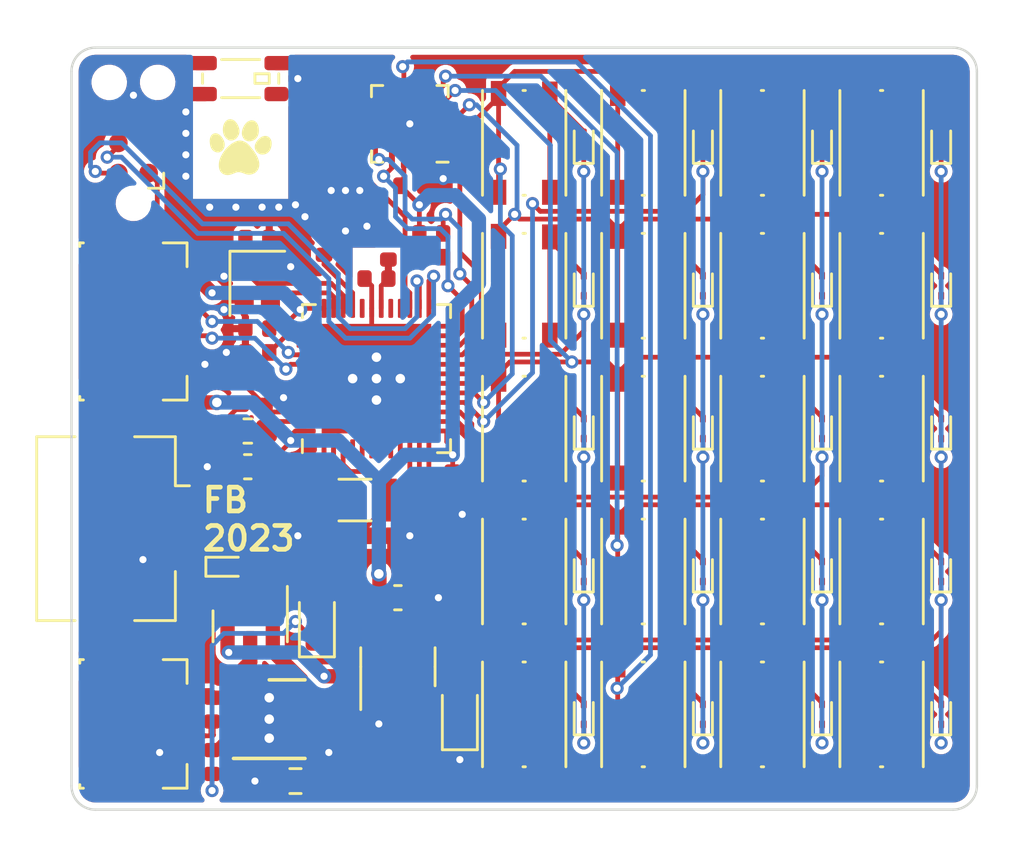
<source format=kicad_pcb>
(kicad_pcb (version 20221018) (generator pcbnew)
  (layers (0 "F.Cu" signal) (31 "B.Cu" signal) (34 "B.Paste" user) (35 "F.Paste" user) (36 "B.SilkS" user "B.Silkscreen") (37 "F.SilkS" user "F.Silkscreen") (38 "B.Mask" user) (39 "F.Mask" user) (44 "Edge.Cuts" user))
  (net 0 "")
  (net 1 "Net-(AE1-A)")
  (net 2 "GND")
  (net 3 "Net-(U2-XC1)")
  (net 4 "/XL1")
  (net 5 "Net-(U2-XC2)")
  (net 6 "/XL2")
  (net 7 "Net-(U2-DEC4)")
  (net 8 "+5V")
  (net 9 "/ADC_VBATT")
  (net 10 "Net-(U2-DEC3)")
  (net 11 "+3V3")
  (net 12 "Net-(U2-DEC1)")
  (net 13 "+BATT")
  (net 14 "VCC")
  (net 15 "/ANT")
  (net 16 "Net-(D1-A)")
  (net 17 "Net-(D2-K)")
  (net 18 "/COL0")
  (net 19 "Net-(D4-A)")
  (net 20 "/COL1")
  (net 21 "Net-(D5-A)")
  (net 22 "Net-(D6-A)")
  (net 23 "/COL2")
  (net 24 "Net-(D7-A)")
  (net 25 "Net-(D8-A)")
  (net 26 "/COL3")
  (net 27 "Net-(D9-A)")
  (net 28 "Net-(D10-A)")
  (net 29 "Net-(D11-A)")
  (net 30 "Net-(D12-A)")
  (net 31 "Net-(D13-A)")
  (net 32 "Net-(D14-A)")
  (net 33 "Net-(D15-A)")
  (net 34 "Net-(D16-A)")
  (net 35 "Net-(D17-A)")
  (net 36 "Net-(D18-A)")
  (net 37 "Net-(D19-A)")
  (net 38 "Net-(D21-A)")
  (net 39 "Net-(D23-A)")
  (net 46 "/UART_RX")
  (net 47 "/UART_TX")
  (net 50 "/NRF_SWDIO")
  (net 51 "/NRF_SWCLK")
  (net 53 "Net-(L1-Pad2)")
  (net 54 "Net-(U2-DCC)")
  (net 55 "Net-(U1-PROG)")
  (net 56 "/LED_A")
  (net 57 "/CHRG")
  (net 58 "/SDA")
  (net 59 "/SCL")
  (net 60 "/ROW0")
  (net 61 "/ROW1")
  (net 62 "/ROW2")
  (net 63 "/ROW3")
  (net 64 "/ROW4")
  (net 84 "/IOEXP_RESET")
  (net 88 "/IOEXP_INT")
  (net 89 "Net-(C17-Pad1)")
  (net 90 "Net-(D20-A)")
  (net 91 "Net-(D22-A)")
  (footprint "Diode_SMD:D_SOD-923" (layer "F.Cu") (at 130.5 94 90)
    (fp_text reference "D6" hide)
    (fp_text value "1SS416")
  )
  (footprint "balto:C_0402_Worthington" (layer "F.Cu") (at 119.4 80.5)
    (fp_text reference "C19" hide)
    (fp_text value "TBD")
  )
  (footprint "Diode_SMD:D_SOD-923" (layer "F.Cu") (at 140.5 106 90)
    (fp_text reference "D18" hide)
    (fp_text value "1SS416")
  )
  (footprint "Diode_SMD:D_SOD-923" (layer "F.Cu") (at 145.5 82 90)
    (fp_text reference "D19" hide)
    (fp_text value "1SS416")
  )
  (footprint "Package_TO_SOT_SMD:SOT-23-5" (layer "F.Cu") (at 122.7 104 90)
    (fp_text reference "U3" hide)
    (fp_text value "MIC5301")
  )
  (footprint "balto:R_0402_Worthington" (layer "F.Cu") (at 121.2 107.6 180)
    (fp_text reference "R2" hide)
    (fp_text value "560k")
  )
  (footprint "LED_SMD:LED_0603_1608Metric" (layer "F.Cu") (at 119.3 102.1 90)
    (fp_text reference "D2" hide)
    (fp_text value "Green")
  )
  (footprint "balto:C_0402_Worthington" (layer "F.Cu") (at 119.4 83.3)
    (fp_text reference "C17" hide)
    (fp_text value "TBD")
  )
  (footprint "balto:EZmate-4" (layer "F.Cu") (at 111.6 89.5 -90)
    (fp_text reference "J3" hide)
    (fp_text value "EZmate-4")
  )
  (footprint "balto:R_0402_Worthington" (layer "F.Cu") (at 124.1 86.8)
    (fp_text reference "R6" hide)
    (fp_text value "4.7k")
  )
  (footprint "Diode_SMD:D_SOD-923" (layer "F.Cu") (at 140.5 100 90)
    (fp_text reference "D17" hide)
    (fp_text value "1SS416")
  )
  (footprint "Button_Switch_SMD:SW_Push_1P1T_NO_Vertical_Wuerth_434133025816" (layer "F.Cu") (at 143 106 90)
    (fp_text reference "SW20" hide)
    (fp_text value "SW_Push")
  )
  (footprint "balto:L_0402_Worthington" (layer "F.Cu") (at 116.1 92.5 -90)
    (fp_text reference "L1" hide)
    (fp_text value "15n")
  )
  (footprint "LED_SMD:LED_0603_1608Metric" (layer "F.Cu") (at 125.3 106 90)
    (fp_text reference "D1" hide)
    (fp_text value "Green")
  )
  (footprint "Button_Switch_SMD:SW_Push_1P1T_NO_Vertical_Wuerth_434133025816" (layer "F.Cu") (at 128 100 90)
    (fp_text reference "SW4" hide)
    (fp_text value "SW_Push")
  )
  (footprint "Button_Switch_SMD:SW_Push_1P1T_NO_Vertical_Wuerth_434133025816" (layer "F.Cu") (at 138 82 90)
    (fp_text reference "SW11" hide)
    (fp_text value "SW_Push")
  )
  (footprint "Package_TO_SOT_SMD:SOT-23" (layer "F.Cu") (at 116.5 102.3 -90)
    (fp_text reference "Q1" hide)
    (fp_text value "BSS84")
  )
  (footprint "Diode_SMD:D_SOD-923" (layer "F.Cu") (at 145.5 100 90)
    (fp_text reference "D22" hide)
    (fp_text value "1SS416")
  )
  (footprint "Diode_SMD:D_SOD-923" (layer "F.Cu") (at 130.5 82 90)
    (fp_text reference "D4" hide)
    (fp_text value "1SS416")
  )
  (footprint "Diode_SMD:D_SOD-923" (layer "F.Cu") (at 130.5 88 90)
    (fp_text reference "D5" hide)
    (fp_text value "1SS416")
  )
  (footprint "balto:C_0402_Worthington" (layer "F.Cu") (at 123.2 106.4 180)
    (fp_text reference "C15" hide)
    (fp_text value "1u")
  )
  (footprint "Diode_SMD:D_SOD-923" (layer "F.Cu") (at 145.5 106 90)
    (fp_text reference "D23" hide)
    (fp_text value "1SS416")
  )
  (footprint "Diode_SMD:D_SOD-923" (layer "F.Cu") (at 145.5 94 90)
    (fp_text reference "D21" hide)
    (fp_text value "1SS416")
  )
  (footprint "balto:R_0402_Worthington" (layer "F.Cu") (at 124.1 85.8)
    (fp_text reference "R7" hide)
    (fp_text value "4.7k")
  )
  (footprint "balto:C_0402_Worthington" (layer "F.Cu") (at 114.9 105.8 -90)
    (fp_text reference "C13" hide)
    (fp_text value "100n")
  )
  (footprint "balto:C_0402_Worthington" (layer "F.Cu") (at 116.8 86)
    (fp_text reference "C1" hide)
    (fp_text value "12p")
  )
  (footprint "balto:C_0402_Worthington" (layer "F.Cu") (at 116.8 89.8 180)
    (fp_text reference "C3" hide)
    (fp_text value "12p")
  )
  (footprint "balto:C_0402_Worthington" (layer "F.Cu") (at 117.1 92.5 90)
    (fp_text reference "C5" hide)
    (fp_text value "1u")
  )
  (footprint "Button_Switch_SMD:SW_Push_1P1T_NO_Vertical_Wuerth_434133025816" (layer "F.Cu") (at 128 106 90)
    (fp_text reference "SW5" hide)
    (fp_text value "SW_Push")
  )
  (footprint "Button_Switch_SMD:SW_Push_1P1T_NO_Vertical_Wuerth_434133025816" (layer "F.Cu") (at 133 94 90)
    (fp_text reference "SW8" hide)
    (fp_text value "SW_Push")
  )
  (footprint "balto:R_0402_Worthington" (layer "F.Cu") (at 125.3 103.7 -90)
    (fp_text reference "R4" hide)
    (fp_text value "1k")
  )
  (footprint "Button_Switch_SMD:SW_Push_1P1T_NO_Vertical_Wuerth_434133025816" (layer "F.Cu") (at 133 100 90)
    (fp_text reference "SW9" hide)
    (fp_text value "SW_Push")
  )
  (footprint "Crystal:Crystal_SMD_3215-2Pin_3.2x1.5mm" (layer "F.Cu") (at 120.9 97)
    (fp_text reference "Y1" hide)
    (fp_text value "32.768kHz")
  )
  (footprint "Diode_SMD:D_SOD-923" (layer "F.Cu") (at 130.5 100 90)
    (fp_text reference "D7" hide)
    (fp_text value "1SS416")
  )
  (footprint "balto:R_0402_Worthington" (layer "F.Cu") (at 123.2 107.6 180)
    (fp_text reference "R1" hide)
    (fp_text value "560k")
  )
  (footprint "Connector:Tag-Connect_TC2030-IDC-NL_2x03_P1.27mm_Vertical" (layer "F.Cu") (at 111.6 82 90)
    (fp_text reference "J5" hide)
    (fp_text value "TC2030-IDC-NL")
  )
  (footprint "balto:C_0402_Worthington" (layer "F.Cu") (at 123.3 83.8)
    (fp_text reference "C14" hide)
    (fp_text value "100n")
  )
  (footprint "Button_Switch_SMD:SW_Push_1P1T_NO_Vertical_Wuerth_434133025816" (layer "F.Cu") (at 133 88 90)
    (fp_text reference "SW7" hide)
    (fp_text value "SW_Push")
  )
  (footprint "balto:C_0402_Worthington" (layer "F.Cu") (at 121.2 108.7 180)
    (fp_text reference "C7" hide)
    (fp_text value "100n")
  )
  (footprint "Capacitor_SMD:C_0603_1608Metric" (layer "F.Cu") (at 116.4 95.6 180)
    (fp_text reference "C12" hide)
    (fp_text value "4.7u")
  )
  (footprint "Resistor_SMD:R_0603_1608Metric" (layer "F.Cu") (at 118.4 108.8 180)
    (fp_text reference "R3" hide)
    (fp_text value "2k2")
  )
  (footprint "Connector_USB:USB_Micro-B_Amphenol_10104110_Horizontal" (layer "F.Cu") (at 111.7 98.2 -90)
    (fp_text reference "J1" hide)
    (fp_text value "USB_B_Micro")
  )
  (footprint "Diode_SMD:D_SOD-923" (layer "F.Cu") (at 140.5 88 90)
    (fp_text reference "D15" hide)
    (fp_text value "1SS416")
  )
  (footprint "Diode_SMD:D_SOD-923" (layer "F.Cu") (at 115.5 99.8)
    (fp_text reference "D3" hide)
    (fp_text value "1SS416")
  )
  (footprint "balto:EZmate-3" (layer "F.Cu") (at 111.6 106.4 -90)
    (fp_text reference "J2" hide)
    (fp_text value "EZmate-3")
  )
  (footprint "balto:C_0402_Worthington" (layer "F.Cu") (at 119.9 98.5 180)
    (fp_text reference "C2" hide)
    (fp_text value "12p")
  )
  (footprint "Button_Switch_SMD:SW_Push_1P1T_NO_Vertical_Wuerth_434133025816" (layer "F.Cu") (at 133 106 90)
    (fp_text reference "SW10" hide)
    (fp_text value "SW_Push")
  )
  (footprint "Button_Switch_SMD:SW_Push_1P1T_NO_Vertical_Wuerth_434133025816" (layer "F.Cu") (at 128 88 90)
    (fp_text reference "SW2" hide)
    (fp_text value "SW_Push")
  )
  (footprint "balto:C_0402_Worthington" (layer "F.Cu") (at 121.8 87.7 180)
    (fp_text reference "C16" hide)
    (fp_text value "0.8p")
  )
  (footprint "Capacitor_SMD:C_0603_1608Metric" (layer "F.Cu") (at 122.7 101.1)
    (fp_text reference "C18" hide)
    (fp_text value "10u")
  )
  (footprint "balto:R_0402_Worthington" (layer "F.Cu") (at 117.5 99.8)
    (fp_text reference "R8" hide)
    (fp_text value "10k")
  )
  (footprint "Package_DFN_QFN:QFN-48-1EP_6x6mm_P0.4mm_EP4.6x4.6mm" (layer "F.Cu") (at 121.8 91.9 90)
    (fp_text reference "U2" hide)
    (fp_text value "nRF52832-QFxx")
  )
  (footprint "balto:L_0402_Worthington" (layer "F.Cu") (at 118.9 81.9 -90)
    (fp_text reference "L4" hide)
    (fp_text value "0")
  )
  (footprint "Crystal:Crystal_SMD_2016-4Pin_2.0x1.6mm" (layer "F.Cu") (at 116.8 87.9 -90)
    (fp_text reference "Y2" hide)
    (fp_text value "32MHz")
  )
  (footprint "Button_Switch_SMD:SW_Push_1P1T_NO_Vertical_Wuerth_434133025816" (layer "F.Cu") (at 143 88 90)
    (fp_text reference "SW17" hide)
    (fp_text value "SW_Push")
  )
  (footprint "Button_Switch_SMD:SW_Push_1P1T_NO_Vertical_Wuerth_434133025816" (layer "F.Cu") (at 138 88 90)
    (fp_text reference "SW12" hide)
    (fp_text value "SW_Push")
  )
  (footprint "Button_Switch_SMD:SW_Push_1P1T_NO_Vertical_Wuerth_434133025816" (layer "F.Cu") (at 128 82 90)
    (fp_text reference "SW1" hide)
    (fp_text value "SW_Push")
  )
  (footprint "balto:L_0402_Worthington" (layer "F.Cu") (at 122.3 86.4 -90)
    (fp_text reference "L3" hide)
    (fp_text value "3.9n")
  )
  (footprint "balto:C_0402_Worthington" (layer "F.Cu") (at 119.6 86.2 90)
    (fp_text reference "C8" hide)
    (fp_text value "100p")
  )
  (footprint "Diode_SMD:D_SOD-923" (layer "F.Cu") (at 135.5 106 90)
    (fp_text reference "D13" hide)
    (fp_text value "1SS416")
  )
  (footprint "balto:C_0402_Worthington" (layer "F.Cu") (at 118.5 96.9 -90)
    (fp_text reference "C10" hide)
    (fp_text value "100n")
  )
  (footprint "Button_Switch_SMD:SW_Push_1P1T_NO_Vertical_Wuerth_434133025816" (layer "F.Cu") (at 138 94 90)
    (fp_text reference "SW13" hide)
    (fp_text value "SW_Push")
  )
  (footprint "Button_Switch_SMD:SW_Push_1P1T_NO_Vertical_Wuerth_434133025816" (layer "F.Cu") (at 133 82 90)
    (fp_text reference "SW6" hide)
    (fp_text value "SW_Push")
  )
  (footprint "Package_DFN_QFN:DFN-6-1EP_3x3mm_P0.95mm_EP1.7x2.6mm" (layer "F.Cu") (at 117.3 106.2)
    (fp_text reference "U1" hide)
    (fp_text value "STBC08")
  )
  (footprint "Diode_SMD:D_SOD-923" (layer "F.Cu") (at 140.5 94 90)
    (fp_text reference "D16" hide)
    (fp_text value "1SS416")
  )
  (footprint "balto:2450AT18D0100001-R" (layer "F.Cu") (at 116.1 79.3)
    (fp_text reference "AE1" hide)
    (fp_text value "2450AT18D0100001")
  )
  (footprint "Button_Switch_SMD:SW_Push_1P1T_NO_Vertical_Wuerth_434133025816" (layer "F.Cu") (at 128 94 90)
    (fp_text reference "SW3" hide)
    (fp_text value "SW_Push")
  )
  (footprint "balto:C_0402_Worthington" (layer "F.Cu") (at 119.8 105.8 -90)
    (fp_text reference "C6" hide)
    (fp_text value "1u")
  )
  (footprint "Diode_SMD:D_SOD-923" (layer "F.Cu") (at 135.5 100 90)
    (fp_text reference "D12" hide)
    (fp_text value "1SS416")
  )
  (footprint "balto:C_0402_Worthington" (layer "F.Cu") (at 125 96.3 -90)
    (fp_text reference "C9" hide)
    (fp_text value "100n")
  )
  (footprint "Diode_SMD:D_SOD-923" (layer "F.Cu") (at 145.5 88 90)
    (fp_text reference "D20" hide)
    (fp_text value "1SS416")
  )
  (footprint "Button_Switch_SMD:SW_Push_1P1T_NO_Vertical_Wuerth_434133025816" (layer "F.Cu") (at 138 100 90)
    (fp_text reference "SW14" hide)
    (fp_text value "SW_Push")
  )
  (footprint "Diode_SMD:D_SOD-923" (layer "F.Cu") (at 135.5 88 90)
    (fp_text reference "D10" hide)
    (fp_text value "1SS416")
  )
  (footprint "Button_Switch_SMD:SW_Push_1P1T_NO_Vertical_Wuerth_434133025816" (layer "F.Cu") (at 143 82 90)
    (fp_text reference "SW16" hide)
    (fp_text value "SW_Push")
  )
  (footprint "Button_Switch_SMD:SW_Push_1P1T_NO_Vertical_Wuerth_434133025816" (layer "F.Cu") (at 143 94 90)
    (fp_text reference "SW18" hide)
    (fp_text value "SW_Push")
  )
  (footprint "balto:C_0402_Worthington" (layer "F.Cu") (at 121.9 98.5)
    (fp_text reference "C4" hide)
    (fp_text value "12p")
  )
  (footprint "Package_DFN_QFN:HVQFN-16-1EP_3x3mm_P0.5mm_EP1.5x1.5mm" (layer "F.Cu") (at 123.2 81.2 180)
    (fp_text reference "U4" hide)
    (fp_text value "PCAL6408A")
  )
  (footprint "Diode_SMD:D_SOD-923" (layer "F.Cu") (at 135.5 82 90)
    (fp_text reference "D9" hide)
    (fp_text value "1SS416")
  )
  (footprint "Diode_SMD:D_SOD-923" (layer "F.Cu") (at 135.5 94 90)
    (fp_text reference "D11" hide)
    (fp_text value "1SS416")
  )
  (footprint "Diode_SMD:D_SOD-923" (layer "F.Cu") (at 130.5 106 90)
    (fp_text reference "D8" hide)
    (fp_text value "1SS416")
  )
  (footprint "balto:R_0402_Worthington" (layer "F.Cu") (at 114.9 108 90)
    (fp_text reference "R5" hide)
    (fp_text value "1k")
  )
  (footprint "Button_Switch_SMD:SW_Push_1P1T_NO_Vertical_Wuerth_434133025816" (layer "F.Cu") (at 138 106 90)
    (fp_text reference "SW15" hide)
    (fp_text value "SW_Push")
  )
  (footprint "Inductor_SMD:L_0603_1608Metric" (layer "F.Cu") (at 116.4 94.1 180)
    (fp_text reference "L2" hide)
    (fp_text value "10u")
  )
  (footprint "Diode_SMD:D_SOD-923" (layer "F.Cu") (at 140.5 82 90)
    (fp_text reference "D14" hide)
    (fp_text value "1SS416")
  )
  (footprint "Button_Switch_SMD:SW_Push_1P1T_NO_Vertical_Wuerth_434133025816" (layer "F.Cu") (at 143 100 90)
    (fp_text reference "SW19" hide)
    (fp_text value "SW_Push")
  )
  (footprint "balto:C_0402_Worthington" (layer "F.Cu") (at 116.8 90.8 180)
    (fp_text reference "C11" hide)
    (fp_text value "100n")
  )
  (footprint "balto:paw" (layer "F.Cu") (at 116.1 82.2)
    (fp_text reference "G***" hide)
    (fp_text value "LOGO" hide)
  )
  (gr_arc (start 146 78) (mid 146.707107 78.292893) (end 147 79) (stroke (width 0.1)) (layer "Edge.Cuts"))
  (gr_line (start 109 109) (end 109 79) (stroke (width 0.1)) (layer "Edge.Cuts"))
  (gr_line (start 110 78) (end 146 78) (stroke (width 0.1)) (layer "Edge.Cuts"))
  (gr_arc (start 109 79) (mid 109.292893 78.292893) (end 110 78) (stroke (width 0.1)) (layer "Edge.Cuts"))
  (gr_line (start 146 110) (end 110 110) (stroke (width 0.1)) (layer "Edge.Cuts"))
  (gr_line (start 147 79) (end 147 109) (stroke (width 0.1)) (layer "Edge.Cuts"))
  (gr_arc (start 110 110) (mid 109.292893 109.707107) (end 109 109) (stroke (width 0.1)) (layer "Edge.Cuts"))
  (gr_arc (start 147 109) (mid 146.707107 109.707107) (end 146 110) (stroke (width 0.1)) (layer "Edge.Cuts"))
  (gr_text "FB\n2023" (at 114.4 99.2) (layer "F.SilkS") (effects (font (size 1 1) (thickness 0.2) bold) (justify left bottom)))
  (segment (start 118.9 81.4) (end 118.9 80.5) (width 0.3) (layer "F.Cu") (net 1))
  (segment (start 118.35 79.95) (end 117.6 79.95) (width 0.3) (layer "F.Cu") (net 1))
  (arc (start 118.9 80.5) (mid 118.738909 80.111091) (end 118.35 79.95) (width 0.3) (layer "F.Cu") (net 1))
  (segment (start 121.6 91.2) (end 121.6 91.7) (width 0.2) (layer "F.Cu") (net 2))
  (segment (start 117.9 92.7) (end 117.2 92) (width 0.2) (layer "F.Cu") (net 2))
  (segment (start 123.2 81.2) (end 123.45 80.95) (width 0.2) (layer "F.Cu") (net 2))
  (segment (start 114.6 79.95) (end 113.95 79.95) (width 0.6) (layer "F.Cu") (net 2))
  (segment (start 121.6 88.95) (end 121.6 88) (width 0.2) (layer "F.Cu") (net 2))
  (segment (start 117.2 92) (end 117.1 92) (width 0.2) (layer "F.Cu") (net 2))
  (segment (start 117.6 78.65) (end 118.65 78.65) (width 0.6) (layer "F.Cu") (net 2))
  (segment (start 123.95 82.85) (end 124.6 83.5) (width 0.2) (layer "F.Cu") (net 2))
  (segment (start 121.6 91.7) (end 121.8 91.9) (width 0.2) (layer "F.Cu") (net 2))
  (segment (start 123.45 80.95) (end 123.45 79.7625) (width 0.2) (layer "F.Cu") (net 2))
  (segment (start 123.95 82.6375) (end 123.95 82.85) (width 0.2) (layer "F.Cu") (net 2))
  (segment (start 121.6 88) (end 121.3 87.7) (width 0.2) (layer "F.Cu") (net 2))
  (segment (start 121.6 88.95) (end 121.6 90.8) (width 0.2) (layer "F.Cu") (net 2))
  (segment (start 123.95 82.6375) (end 123.95 81.95) (width 0.2) (layer "F.Cu") (net 2))
  (segment (start 118.85 92.9) (end 118.1 92.9) (width 0.2) (layer "F.Cu") (net 2))
  (segment (start 118.1 92.9) (end 117.9 92.7) (width 0.2) (layer "F.Cu") (net 2))
  (segment (start 121.8 91) (end 121.6 91.2) (width 0.2) (layer "F.Cu") (net 2))
  (segment (start 114.6 78.65) (end 113.85 78.65) (width 0.6) (layer "F.Cu") (net 2))
  (segment (start 121.6 90.8) (end 121.8 91) (width 0.2) (layer "F.Cu") (net 2))
  (segment (start 118.85 92.9) (end 120.8 92.9) (width 0.2) (layer "F.Cu") (net 2))
  (segment (start 123.95 81.95) (end 123.2 81.2) (width 0.2) (layer "F.Cu") (net 2))
  (segment (start 124.4 83.3) (end 124.6 83.5) (width 0.2) (layer "F.Cu") (net 2))
  (via (at 115.4 87.6) (size 0.55) (drill 0.3) (layers "F.Cu" "B.Cu") (net 2))
  (via (at 117.3 105.3) (size 0.65) (drill 0.4) (layers "F.Cu" "B.Cu") (net 2))
  (via (at 125.3 107.9) (size 0.55) (drill 0.3) (layers "F.Cu" "B.Cu") (net 2))
  (via (at 118.8 85.1) (size 0.55) (drill 0.3) (layers "F.Cu" "B.Cu") (net 2))
  (via (at 123.2 98.5) (size 0.55) (drill 0.3) (layers "F.Cu" "B.Cu") (net 2))
  (via (at 115.5 90.8) (size 0.55) (drill 0.3) (layers "F.Cu" "B.Cu") (net 2))
  (via (at 112 99.5) (size 0.55) (drill 0.3) (layers "F.Cu" "B.Cu") (net 2))
  (via (at 117.9 92.7) (size 0.55) (drill 0.3) (layers "F.Cu" "B.Cu") (net 2))
  (via (at 115.9 84.7) (size 0.55) (drill 0.3) (layers "F.Cu" "B.Cu") (net 2))
  (via (at 115.4 89) (size 0.55) (drill 0.3) (layers "F.Cu" "B.Cu") (net 2))
  (via (at 122.8 91.9) (size 0.65) (drill 0.4) (layers "F.Cu" "B.Cu") (net 2))
  (via (at 123.2 81.2) (size 0.55) (drill 0.3) (layers "F.Cu" "B.Cu") (net 2))
  (via (at 124.6 83.5) (size 0.55) (drill 0.3) (layers "F.Cu" "B.Cu") (net 2))
  (via (at 114.7 95.6) (size 0.55) (drill 0.3) (layers "F.Cu" "B.Cu") (net 2))
  (via (at 113.8 82.5) (size 0.55) (drill 0.3) (layers "F.Cu" "B.Cu") (net 2))
  (via (at 116.7 108.8) (size 0.55) (drill 0.3) (layers "F.Cu" "B.Cu") (net 2))
  (via (at 121.9 106.4) (size 0.55) (drill 0.3) (layers "F.Cu" "B.Cu") (net 2))
  (via (at 113.8 81.6) (size 0.55) (drill 0.3) (layers "F.Cu" "B.Cu") (net 2))
  (via (at 121.8 92.8) (size 0.65) (drill 0.4) (layers "F.Cu" "B.Cu") (net 2))
  (via (at 112.7 107.6) (size 0.55) (drill 0.3) (layers "F.Cu" "B.Cu") (net 2))
  (via (at 118.2 87.2) (size 0.55) (drill 0.3) (layers "F.Cu" "B.Cu") (net 2))
  (via (at 119.9 84) (size 0.55) (drill 0.3) (layers "F.Cu" "B.Cu") (net 2))
  (via (at 113.8 83.4) (size 0.55) (drill 0.3) (layers "F.Cu" "B.Cu") (net 2))
  (via (at 121.8 91.9) (size 0.65) (drill 0.4) (layers "F.Cu" "B.Cu") (net 2))
  (via (at 111.6 80) (size 0.55) (drill 0.3) (layers "F.Cu" "B.Cu") (net 2))
  (via (at 120.5 85.7) (size 0.55) (drill 0.3) (layers "F.Cu" "B.Cu") (net 2))
  (via (at 114.6 91.3) (size 0.55) (drill 0.3) (layers "F.Cu" "B.Cu") (net 2))
  (via (at 118.5 98.5) (size 0.55) (drill 0.3) (layers "F.Cu" "B.Cu") (net 2))
  (via (at 117 84.7) (size 0.55) (drill 0.3) (layers "F.Cu" "B.Cu") (net 2))
  (via (at 113.8 80.7) (size 0.55) (drill 0.3) (layers "F.Cu" "B.Cu") (net 2))
  (via (at 121.4 85.5) (size 0.55) (drill 0.3) (layers "F.Cu" "B.Cu") (net 2))
  (via (at 125.4 97.6) (size 0.55) (drill 0.3) (layers "F.Cu" "B.Cu") (net 2))
  (via (at 119.8 107.6) (size 0.55) (drill 0.3) (layers "F.Cu" "B.Cu") (net 2))
  (via (at 124.4 101.1) (size 0.55) (drill 0.3) (layers "F.Cu" "B.Cu") (net 2))
  (via (at 117.7 84.7) (size 0.55) (drill 0.3) (layers "F.Cu" "B.Cu") (net 2))
  (via (at 121.8 91) (size 0.65) (drill 0.4) (layers "F.Cu" "B.Cu") (net 2))
  (via (at 120.8 91.9) (size 0.65) (drill 0.4) (layers "F.Cu" "B.Cu") (net 2))
  (via (at 117.3 107) (size 0.65) (drill 0.4) (layers "F.Cu" "B.Cu") (net 2))
  (via (at 120.5 84) (size 0.55) (drill 0.3) (layers "F.Cu" "B.Cu") (net 2))
  (via (at 117.3 106.2) (size 0.65) (drill 0.4) (layers "F.Cu" "B.Cu") (net 2))
  (via (at 121.1 84) (size 0.55) (drill 0.3) (layers "F.Cu" "B.Cu") (net 2))
  (via (at 118.4 84.6) (size 0.55) (drill 0.3) (layers "F.Cu" "B.Cu") (net 2))
  (via (at 118.5 79.3) (size 0.55) (drill 0.3) (layers "F.Cu" "B.Cu") (net 2))
  (via (at 114.8 84.7) (size 0.55) (drill 0.3) (layers "F.Cu" "B.Cu") (net 2))
  (segment (start 116.8 87.9) (end 119.9 87.9) (width 0.2) (layer "F.Cu") (net 3))
  (segment (start 116.25 87.2) (end 116.25 86.05) (width 0.2) (layer "F.Cu") (net 3))
  (segment (start 116.25 87.35) (end 116.8 87.9) (width 0.2) (layer "F.Cu") (net 3))
  (segment (start 116.25 87.2) (end 116.25 87.35) (width 0.2) (layer "F.Cu") (net 3))
  (segment (start 119.9 87.9) (end 120.4 88.4) (width 0.2) (layer "F.Cu") (net 3))
  (segment (start 116.25 86.05) (end 116.3 86) (width 0.2) (layer "F.Cu") (net 3))
  (segment (start 120.4 88.4) (end 120.4 88.95) (width 0.2) (layer "F.Cu") (net 3))
  (segment (start 120 94.85) (end 120 96.65) (width 0.2) (layer "F.Cu") (net 4))
  (segment (start 120 96.65) (end 119.65 97) (width 0.2) (layer "F.Cu") (net 4))
  (segment (start 119.65 97.35) (end 119.65 97) (width 0.2) (layer "F.Cu") (net 4))
  (segment (start 120.4 98.5) (end 120.4 98.1) (width 0.2) (layer "F.Cu") (net 4))
  (segment (start 120.4 98.1) (end 119.65 97.35) (width 0.2) (layer "F.Cu") (net 4))
  (segment (start 117.65 88.3) (end 117.35 88.6) (width 0.2) (layer "F.Cu") (net 5))
  (segment (start 120 88.95) (end 120 88.45962) (width 0.2) (layer "F.Cu") (net 5))
  (segment (start 117.3 88.65) (end 117.3 89.8) (width 0.2) (layer "F.Cu") (net 5))
  (segment (start 120 88.45962) (end 119.84038 88.3) (width 0.2) (layer "F.Cu") (net 5))
  (segment (start 117.35 88.6) (end 117.3 88.65) (width 0.2) (layer "F.Cu") (net 5))
  (segment (start 119.84038 88.3) (end 117.65 88.3) (width 0.2) (layer "F.Cu") (net 5))
  (segment (start 122.15 97) (end 122.15 96.55) (width 0.2) (layer "F.Cu") (net 6))
  (segment (start 122.15 96.55) (end 121.4 95.8) (width 0.2) (layer "F.Cu") (net 6))
  (segment (start 121.4 98.1) (end 122.15 97.35) (width 0.2) (layer "F.Cu") (net 6))
  (segment (start 120.4 95.5) (end 120.4 94.85) (width 0.2) (layer "F.Cu") (net 6))
  (segment (start 121.4 95.8) (end 120.7 95.8) (width 0.2) (layer "F.Cu") (net 6))
  (segment (start 120.7 95.8) (end 120.4 95.5) (width 0.2) (layer "F.Cu") (net 6))
  (segment (start 121.4 98.5) (end 121.4 98.1) (width 0.2) (layer "F.Cu") (net 6))
  (segment (start 122.15 97.35) (end 122.15 97) (width 0.2) (layer "F.Cu") (net 6))
  (segment (start 118.85 93.3) (end 117.4 93.3) (width 0.2) (layer "F.Cu") (net 7))
  (segment (start 117.1 93) (end 116.1 92) (width 0.2) (layer "F.Cu") (net 7))
  (segment (start 117.4 93.3) (end 117.1 93) (width 0.2) (layer "F.Cu") (net 7))
  (segment (start 117.45 101.3625) (end 117.45 103.35) (width 0.6) (layer "F.Cu") (net 8))
  (segment (start 115 96.9) (end 117 98.9) (width 0.6) (layer "F.Cu") (net 8))
  (segment (start 117.45 103.35) (end 118.64 104.54) (width 0.6) (layer "F.Cu") (net 8))
  (segment (start 119.25 101.3625) (end 119.3 101.3125) (width 0.2) (layer "F.Cu") (net 8))
  (segment (start 117.45 101.3625) (end 117.45 100.85) (width 0.6) (layer "F.Cu") (net 8))
  (segment (start 118.64 104.54) (end 118.64 105.25) (width 0.6) (layer "F.Cu") (net 8))
  (segment (start 117 98.9) (end 117 99.8) (width 0.6) (layer "F.Cu") (net 8))
  (segment (start 118.69 105.3) (end 118.64 105.25) (width 0.6) (layer "F.Cu") (net 8))
  (segment (start 113.25 96.9) (end 115 96.9) (width 0.6) (layer "F.Cu") (net 8))
  (segment (start 119.8 105.3) (end 118.69 105.3) (width 0.6) (layer "F.Cu") (net 8))
  (segment (start 117.45 101.3625) (end 119.25 101.3625) (width 0.2) (layer "F.Cu") (net 8))
  (segment (start 117 100.4) (end 117 99.8) (width 0.6) (layer "F.Cu") (net 8))
  (segment (start 117 99.8) (end 115.92 99.8) (width 0.6) (layer "F.Cu") (net 8))
  (segment (start 117.45 100.85) (end 117 100.4) (width 0.6) (layer "F.Cu") (net 8))
  (segment (start 121.7 108.7) (end 121.7 107.6) (width 0.2) (layer "F.Cu") (net 9))
  (segment (start 121.7 107.6) (end 122.7 107.6) (width 0.2) (layer "F.Cu") (net 9))
  (segment (start 120.8 88.95) (end 120.8 88.3) (width 0.2) (layer "F.Cu") (net 10))
  (segment (start 119.6 87.1) (end 119.6 86.7) (width 0.2) (layer "F.Cu") (net 10))
  (segment (start 120.8 88.3) (end 119.6 87.1) (width 0.2) (layer "F.Cu") (net 10))
  (segment (start 121.925 101.1) (end 121.925 100.125) (width 0.6) (layer "F.Cu") (net 11))
  (segment (start 117.175 95.575) (end 117.175 95.6) (width 0.2) (layer "F.Cu") (net 11))
  (segment (start 115.1 92.9) (end 112.9 92.9) (width 0.6) (layer "F.Cu") (net 11))
  (segment (start 125 95.1) (end 125 95.8) (width 0.2) (layer "F.Cu") (net 11))
  (segment (start 121.925 100.125) (end 121.9 100.1) (width 0.6) (layer "F.Cu") (net 11))
  (segment (start 122.95 83.65) (end 122.95 82.6375) (width 0.2) (layer "F.Cu") (net 11))
  (segment (start 118.2 94.5) (end 118.2 94.55) (width 0.2) (layer "F.Cu") (net 11))
  (segment (start 112.3 92.3) (end 112.3 88.5) (width 0.6) (layer "F.Cu") (net 11))
  (segment (start 118.4 94.1) (end 118.2 94.3) (width 0.2) (layer "F.Cu") (net 11))
  (segment (start 112.6 86.7075) (end 113.5925 87.7) (width 0.2) (layer "F.Cu") (net 11))
  (segment (start 118.65 88.95) (end 118.6 89) (width 0.2) (layer "F.Cu") (net 11))
  (segment (start 118.6 89) (end 118 89.6) (width 0.2) (layer "F.Cu") (net 11))
  (segment (start 122.95 82.6375) (end 123.45 82.6375) (width 0.2) (layer "F.Cu") (net 11))
  (segment (start 118.85 94.1) (end 118.4 94.1) (width 0.2) (layer "F.Cu") (net 11))
  (segment (start 118 90.1) (end 117.3 90.8) (width 0.2) (layer "F.Cu") (net 11))
  (segment (start 122.8 83.8) (end 122.95 83.65) (width 0.2) (layer "F.Cu") (net 11))
  (segment (start 123.6 84.6) (end 122.8 83.8) (width 0.2) (layer "F.Cu") (net 11))
  (segment (start 113.1 87.7) (end 113.685 87.7) (width 0.6) (layer "F.Cu") (net 11))
  (segment (start 124.75 94.1) (end 124.75 94.55) (width 0.2) (layer "F.Cu") (net 11))
  (segment (start 118 89.6) (end 118 90.1) (width 0.2) (layer "F.Cu") (net 11))
  (segment (start 123.6 86.8) (end 123.6 85.8) (width 0.2) (layer "F.Cu") (net 11))
  (segment (start 118.2 94.3) (end 118.2 94.5) (width 0.2) (layer "F.Cu") (net 11))
  (segment (start 113.685 87.7) (end 114.3 87.7) (width 0.6) (layer "F.Cu") (net 11))
  (segment (start 121.75 101.275) (end 121.925 101.1) (width 0.6) (layer "F.Cu") (net 11))
  (segment (start 112.9 92.9) (end 112.3 92.3) (width 0.6) (layer "F.Cu") (net 11))
  (segment (start 113.5925 87.7) (end 113.685 87.7) (width 0.2) (layer "F.Cu") (net 11))
  (segment (start 112.235 83.27) (end 112.6 83.635) (width 0.2) (layer "F.Cu") (net 11))
  (segment (start 124.75 94.55) (end 125 94.8) (width 0.2) (layer "F.Cu") (net 11))
  (segment (start 121.75 102.8625) (end 121.75 101.275) (width 0.6) (layer "F.Cu") (net 11))
  (segment (start 112.3 88.5) (end 113.1 87.7) (width 0.6) (layer "F.Cu") (net 11))
  (segment (start 119.6 88.95) (end 118.65 88.95) (width 0.2) (layer "F.Cu") (net 11))
  (segment (start 123.6 85.8) (end 123.6 84.6) (width 0.2) (layer "F.Cu") (net 11))
  (segment (start 118.2 94.55) (end 117.175 95.575) (width 0.2) (layer "F.Cu") (net 11))
  (segment (start 112.6 83.635) (end 112.6 86.7075) (width 0.2) (layer "F.Cu") (net 11))
  (segment (start 125 94.8) (end 125 95.1) (width 0.2) (layer "F.Cu") (net 11))
  (segment (start 114.3 87.7) (end 114.9 88.3) (width 0.6) (layer "F.Cu") (net 11))
  (via (at 115.1 92.9) (size 0.65) (drill 0.4) (layers "F.Cu" "B.Cu") (net 11))
  (via (at 118.6 89) (size 0.55) (drill 0.3) (layers "F.Cu" "B.Cu") (net 11))
  (via (at 114.9 88.3) (size 0.55) (drill 0.3) (layers "F.Cu" "B.Cu") (net 11))
  (via (at 123.6 84.6) (size 0.55) (drill 0.3) (layers "F.Cu" "B.Cu") (net 11))
  (via (at 125 95.1) (size 0.55) (drill 0.3) (layers "F.Cu" "B.Cu") (net 11))
  (via (at 118.2 94.5) (size 0.55) (drill 0.3) (layers "F.Cu" "B.Cu") (net 11))
  (via (at 121.9 100.1) (size 0.65) (drill 0.4) (layers "F.Cu" "B.Cu") (net 11))
  (segment (start 123.6 84.6) (end 124 84.2) (width 0.6) (layer "B.Cu") (net 11))
  (segment (start 117.9 88.3) (end 118.6 89) (width 0.6) (layer "B.Cu") (net 11))
  (segment (start 121.9 100.1) (end 121.9 96.2) (width 0.6) (layer "B.Cu") (net 11))
  (segment (start 118.2 94.5) (end 116.6 92.9) (width 0.6) (layer "B.Cu") (net 11))
  (segment (start 121.9 96.2) (end 123 95.1) (width 0.6) (layer "B.Cu") (net 11))
  (segment (start 124 84.2) (end 125.1 84.2) (width 0.6) (layer "B.Cu") (net 11))
  (segment (start 126.1 87.9) (end 125 89) (width 0.6) (layer "B.Cu") (net 11))
  (segment (start 126.1 85.2) (end 126.1 87.9) (width 0.6) (layer "B.Cu") (net 11))
  (segment (start 116.6 92.9) (end 115.1 92.9) (width 0.6) (layer "B.Cu") (net 11))
  (segment (start 121.9 96.2) (end 120.2 94.5) (width 0.6) (layer "B.Cu") (net 11))
  (segment (start 120.2 94.5) (end 118.2 94.5) (width 0.6) (layer "B.Cu") (net 11))
  (segment (start 125 89) (end 125 95.1) (width 0.6) (layer "B.Cu") (net 11))
  (segment (start 125.1 84.2) (end 126.1 85.2) (width 0.6) (layer "B.Cu") (net 11))
  (segment (start 114.9 88.3) (end 117.9 88.3) (width 0.6) (layer "B.Cu") (net 11))
  (segment (start 123 95.1) (end 125 95.1) (width 0.6) (layer "B.Cu") (net 11))
  (segment (start 118.5 96.4) (end 118.5 96.175) (width 0.2) (layer "F.Cu") (net 12))
  (segment (start 118.5 96.175) (end 119.6 95.075) (width 0.2) (layer "F.Cu") (net 12))
  (segment (start 119.6 95.075) (end 119.6 94.85) (width 0.2) (layer "F.Cu") (net 12))
  (segment (start 115.96 105.25) (end 115.96 104.34) (width 0.6) (layer "F.Cu") (net 13))
  (segment (start 115.96 104.34) (end 116.5 103.8) (width 0.6) (layer "F.Cu") (net 13))
  (segment (start 116.5 103.8) (end 116.5 103.2375) (width 0.6) (layer "F.Cu") (net 13))
  (segment (start 115.91 105.3) (end 115.96 105.25) (width 0.6) (layer "F.Cu") (net 13))
  (segment (start 114.9 105.3) (end 115.91 105.3) (width 0.6) (layer "F.Cu") (net 13))
  (segment (start 114.8 105.2) (end 114.9 105.3) (width 0.6) (layer "F.Cu") (net 13))
  (segment (start 113.685 105.2) (end 114.8 105.2) (width 0.6) (layer "F.Cu") (net 13))
  (segment (start 119.6 104.4) (end 121.25625 104.4) (width 0.6) (layer "F.Cu") (net 14))
  (segment (start 121.25625 104.4) (end 121.75 104.89375) (width 0.6) (layer "F.Cu") (net 14))
  (segment (start 121.75 104.65) (end 121.75 105.1375) (width 0.2) (layer "F.Cu") (net 14))
  (segment (start 123.7 106.4) (end 123.7 105.1875) (width 0.2) (layer "F.Cu") (net 14))
  (segment (start 123.7 105.1875) (end 123.65 105.1375) (width 0.2) (layer "F.Cu") (net 14))
  (segment (start 115.55 103.35) (end 115.6 103.4) (width 0.6) (layer "F.Cu") (net 14))
  (segment (start 123.65 104.35) (end 123.3 104) (width 0.2) (layer "F.Cu") (net 14))
  (segment (start 115.55 100.75) (end 115.55 101.3625) (width 0.6) (layer "F.Cu") (net 14))
  (segment (start 123.65 105.1375) (end 123.65 104.35) (width 0.2) (layer "F.Cu") (net 14))
  (segment (start 122.4 104) (end 121.75 104.65) (width 0.2) (layer "F.Cu") (net 14))
  (segment (start 115.08 99.8) (end 115.08 100.28) (width 0.6) (layer "F.Cu") (net 14))
  (segment (start 121.75 104.89375) (end 121.75 105.1375) (width 0.6) (layer "F.Cu") (net 14))
  (segment (start 115.55 101.3625) (end 115.55 103.35) (width 0.6) (layer "F.Cu") (net 14))
  (segment (start 123.3 104) (end 122.4 104) (width 0.2) (layer "F.Cu") (net 14))
  (segment (start 115.08 100.28) (end 115.55 100.75) (width 0.6) (layer "F.Cu") (net 14))
  (segment (start 123.7 107.6) (end 123.7 106.4) (width 0.2) (layer "F.Cu") (net 14))
  (via (at 119.6 104.4) (size 0.55) (drill 0.3) (layers "F.Cu" "B.Cu") (net 14))
  (via (at 115.6 103.4) (size 0.55) (drill 0.3) (layers "F.Cu" "B.Cu") (net 14))
  (segment (start 118.6 103.4) (end 119.6 104.4) (width 0.6) (layer "B.Cu") (net 14))
  (segment (start 115.6 103.4) (end 118.6 103.4) (width 0.6) (layer "B.Cu") (net 14))
  (segment (start 122 88) (end 122.3 87.7) (width 0.2) (layer "F.Cu") (net 15))
  (segment (start 122.3 87.7) (end 122.3 86.9) (width 0.3) (layer "F.Cu") (net 15))
  (segment (start 122 88.95) (end 122 88) (width 0.2) (layer "F.Cu") (net 15))
  (segment (start 125.3 105.2125) (end 125.3 104.2) (width 0.2) (layer "F.Cu") (net 16))
  (segment (start 114.9 109.2) (end 114.9 108.5) (width 0.2) (layer "F.Cu") (net 17))
  (segment (start 119.1875 102.8875) (end 118.4 102.1) (width 0.2) (layer "F.Cu") (net 17))
  (segment (start 119.3 102.8875) (end 119.1875 102.8875) (width 0.2) (layer "F.Cu") (net 17))
  (via (at 114.9 109.2) (size 0.55) (drill 0.3) (layers "F.Cu" "B.Cu") (net 17))
  (via (at 118.4 102.1) (size 0.55) (drill 0.3) (layers "F.Cu" "B.Cu") (net 17))
  (segment (start 117.9 102.6) (end 115.4 102.6) (width 0.2) (layer "B.Cu") (net 17))
  (segment (start 114.9 103.1) (end 114.9 109.2) (width 0.2) (layer "B.Cu") (net 17))
  (segment (start 115.4 102.6) (end 114.9 103.1) (width 0.2) (layer "B.Cu") (net 17))
  (segment (start 118.4 102.1) (end 117.9 102.6) (width 0.2) (layer "B.Cu") (net 17))
  (segment (start 130.5 82.485) (end 130.5 83.2) (width 0.2) (layer "F.Cu") (net 18))
  (segment (start 125.9 91.7) (end 124.75 91.7) (width 0.2) (layer "F.Cu") (net 18))
  (segment (start 130.5 94.485) (end 130.5 95.2) (width 0.2) (layer "F.Cu") (net 18))
  (segment (start 129.525 90.875) (end 126.725 90.875) (width 0.2) (layer "F.Cu") (net 18))
  (segment (start 130.5 89.2) (end 130.5 89.9) (width 0.2) (layer "F.Cu") (net 18))
  (segment (start 130.5 107.2) (end 130.5 106.485) (width 0.2) (layer "F.Cu") (net 18))
  (segment (start 130.5 100.485) (end 130.5 101.2) (width 0.2) (layer "F.Cu") (net 18))
  (segment (start 126.725 90.875) (end 125.9 91.7) (width 0.2) (layer "F.Cu") (net 18))
  (segment (start 130.5 88.485) (end 130.5 89.2) (width 0.2) (layer "F.Cu") (net 18))
  (segment (start 130.5 89.9) (end 129.525 90.875) (width 0.2) (layer "F.Cu") (net 18))
  (via (at 130.5 101.2) (size 0.55) (drill 0.3) (layers "F.Cu" "B.Cu") (net 18))
  (via (at 130.5 95.2) (size 0.55) (drill 0.3) (layers "F.Cu" "B.Cu") (net 18))
  (via (at 130.5 89.2) (size 0.55) (drill 0.3) (layers "F.Cu" "B.Cu") (net 18))
  (via (at 130.5 107.2) (size 0.55) (drill 0.3) (layers "F.Cu" "B.Cu") (net 18))
  (via (at 130.5 83.2) (size 0.55) (drill 0.3) (layers "F.Cu" "B.Cu") (net 18))
  (segment (start 130.5 101.2) (end 130.5 107.2) (width 0.2) (layer "B.Cu") (net 18))
  (segment (start 130.5 89.2) (end 130.5 95.2) (width 0.2) (layer "B.Cu") (net 18))
  (segment (start 130.5 83.2) (end 130.5 89.2) (width 0.2) (layer "B.Cu") (net 18))
  (segment (start 130.5 95.2) (end 130.5 101.2) (width 0.2) (layer "B.Cu") (net 18))
  (segment (start 129.075 84.075) (end 129.075 79.95) (width 0.2) (layer "F.Cu") (net 19))
  (segment (start 129.075 80.09) (end 130.5 81.515) (width 0.2) (layer "F.Cu") (net 19))
  (segment (start 129.075 79.95) (end 129.075 80.09) (width 0.2) (layer "F.Cu") (net 19))
  (segment (start 135.5 88.485) (end 135.5 89.2) (width 0.2) (layer "F.Cu") (net 20))
  (segment (start 134.8 84.875) (end 135.5 84.175) (width 0.2) (layer "F.Cu") (net 20))
  (segment (start 135.5 94.485) (end 135.5 95.2) (width 0.2) (layer "F.Cu") (net 20))
  (segment (start 125.5 92.9) (end 126.1 93.5) (width 0.2) (layer "F.Cu") (net 20))
  (segment (start 124.75 92.9) (end 125.5 92.9) (width 0.2) (layer "F.Cu") (net 20))
  (segment (start 126.1 93.5) (end 126.3 93.7) (width 0.2) (layer "F.Cu") (net 20))
  (segment (start 135.5 84.175) (end 135.5 83.2) (width 0.2) (layer "F.Cu") (net 20))
  (segment (start 135.5 107.2) (end 135.5 106.485) (width 0.2) (layer "F.Cu") (net 20))
  (segment (start 135.5 100.485) (end 135.5 101.2) (width 0.2) (layer "F.Cu") (net 20))
  (segment (start 135.5 82.485) (end 135.5 83.2) (width 0.2) (layer "F.Cu") (net 20))
  (segment (start 128.35 84.55) (end 128.675 84.875) (width 0.2) (layer "F.Cu") (net 20))
  (segment (start 128.675 84.875) (end 134.8 84.875) (width 0.2) (layer "F.Cu") (net 20))
  (via (at 128.35 84.55) (size 0.55) (drill 0.3) (layers "F.Cu" "B.Cu") (net 20))
  (via (at 135.5 95.2) (size 0.55) (drill 0.3) (layers "F.Cu" "B.Cu") (net 20))
  (via (at 135.5 101.2) (size 0.55) (drill 0.3) (layers "F.Cu" "B.Cu") (net 20))
  (via (at 126.3 93.7) (size 0.55) (drill 0.3) (layers "F.Cu" "B.Cu") (net 20))
  (via (at 135.5 83.2) (size 0.55) (drill 0.3) (layers "F.Cu" "B.Cu") (net 20))
  (via (at 135.5 107.2) (size 0.55) (drill 0.3) (layers "F.Cu" "B.Cu") (net 20))
  (via (at 135.5 89.2) (size 0.55) (drill 0.3) (layers "F.Cu" "B.Cu") (net 20))
  (segment (start 126.3 93.7) (end 128.35 91.65) (width 0.2) (layer "B.Cu") (net 20))
  (segment (start 128.35 91.65) (end 128.35 84.55) (width 0.2) (layer "B.Cu") (net 20))
  (segment (start 135.5 89.2) (end 135.5 95.2) (width 0.2) (layer "B.Cu") (net 20))
  (segment (start 135.5 101.2) (end 135.5 107.2) (width 0.2) (layer "B.Cu") (net 20))
  (segment (start 135.5 83.2) (end 135.5 89.2) (width 0.2) (layer "B.Cu") (net 20))
  (segment (start 135.5 95.2) (end 135.5 101.2) (width 0.2) (layer "B.Cu") (net 20))
  (segment (start 129.075 90.075) (end 129.075 85.95) (width 0.2) (layer "F.Cu") (net 21))
  (segment (start 129.075 86.09) (end 130.5 87.515) (width 0.2) (layer "F.Cu") (net 21))
  (segment (start 129.075 85.95) (end 129.075 86.09) (width 0.2) (layer "F.Cu") (net 21))
  (segment (start 129.075 96.075) (end 129.075 91.95) (width 0.2) (layer "F.Cu") (net 22))
  (segment (start 129.075 92.09) (end 130.5 93.515) (width 0.2) (layer "F.Cu") (net 22))
  (segment (start 129.075 91.95) (end 129.075 92.09) (width 0.2) (layer "F.Cu") (net 22))
  (segment (start 126.3 96.7) (end 126.3 94.6) (width 0.2) (layer "F.Cu") (net 23))
  (segment (start 126.475 96.875) (end 126.3 96.7) (width 0.2) (layer "F.Cu") (net 23))
  (segment (start 140.5 107.2) (end 140.5 106.485) (width 0.2) (layer "F.Cu") (net 23))
  (segment (start 126.3 94.6) (end 125.8 94.1) (width 0.2) (layer "F.Cu") (net 23))
  (segment (start 125.8 94.1) (end 125.8 93.8) (width 0.2) (layer "F.Cu") (net 23))
  (segment (start 125.3 93.3) (end 124.75 93.3) (width 0.2) (layer "F.Cu") (net 23))
  (segment (start 140.5 88.485) (end 140.5 89.2) (width 0.2) (layer "F.Cu") (net 23))
  (segment (start 140.5 94.485) (end 140.5 95.2) (width 0.2) (layer "F.Cu") (net 23))
  (segment (start 139.6 96.875) (end 126.475 96.875) (width 0.2) (layer "F.Cu") (net 23))
  (segment (start 140.5 82.485) (end 140.5 83.2) (width 0.2) (layer "F.Cu") (net 23))
  (segment (start 140.5 95.2) (end 140.5 95.975) (width 0.2) (layer "F.Cu") (net 23))
  (segment (start 140.5 95.975) (end 139.6 96.875) (width 0.2) (layer "F.Cu") (net 23))
  (segment (start 140.5 100.485) (end 140.5 101.2) (width 0.2) (layer "F.Cu") (net 23))
  (segment (start 125.8 93.8) (end 125.3 93.3) (width 0.2) (layer "F.Cu") (net 23))
  (via (at 140.5 89.2) (size 0.55) (drill 0.3) (layers "F.Cu" "B.Cu") (net 23))
  (via (at 140.5 101.2) (size 0.55) (drill 0.3) (layers "F.Cu" "B.Cu") (net 23))
  (via (at 140.5 95.2) (size 0.55) (drill 0.3) (layers "F.Cu" "B.Cu") (net 23))
  (via (at 140.5 83.2) (size 0.55) (drill 0.3) (layers "F.Cu" "B.Cu") (net 23))
  (via (at 140.5 107.2) (size 0.55) (drill 0.3) (layers "F.Cu" "B.Cu") (net 23))
  (segment (start 140.5 89.2) (end 140.5 95.2) (width 0.2) (layer "B.Cu") (net 23))
  (segment (start 140.5 83.2) (end 140.5 89.2) (width 0.2) (layer "B.Cu") (net 23))
  (segment (start 140.5 101.2) (end 140.5 107.2) (width 0.2) (layer "B.Cu") (net 23))
  (segment (start 140.5 95.2) (end 140.5 101.2) (width 0.2) (layer "B.Cu") (net 23))
  (segment (start 129.075 97.95) (end 129.075 98.09) (width 0.2) (layer "F.Cu") (net 24))
  (segment (start 129.075 98.09) (end 130.5 99.515) (width 0.2) (layer "F.Cu") (net 24))
  (segment (start 129.075 102.075) (end 129.075 97.95) (width 0.2) (layer "F.Cu") (net 24))
  (segment (start 129.075 103.95) (end 129.075 104.09) (width 0.2) (layer "F.Cu") (net 25))
  (segment (start 129.075 108.075) (end 129.075 103.95) (width 0.2) (layer "F.Cu") (net 25))
  (segment (start 129.075 104.09) (end 130.5 105.515) (width 0.2) (layer "F.Cu") (net 25))
  (segment (start 145.5 94.485) (end 145.5 95.2) (width 0.2) (layer "F.Cu") (net 26))
  (segment (start 145.5 107.2) (end 145.5 106.485) (width 0.2) (layer "F.Cu") (net 26))
  (segment (start 145.5 101.2) (end 145.5 102.5) (width 0.2) (layer "F.Cu") (net 26))
  (segment (start 126.475 102.875) (end 126.3 102.7) (width 0.2) (layer "F.Cu") (net 26))
  (segment (start 124 97.1) (end 124 94.85) (width 0.2) (layer "F.Cu") (net 26))
  (segment (start 145.5 88.485) (end 145.5 89.2) (width 0.2) (layer "F.Cu") (net 26))
  (segment (start 126.3 102.7) (end 126.3 99.4) (width 0.2) (layer "F.Cu") (net 26))
  (segment (start 145.5 100.485) (end 145.5 101.2) (width 0.2) (layer "F.Cu") (net 26))
  (segment (start 145.125 102.875) (end 126.475 102.875) (width 0.2) (layer "F.Cu") (net 26))
  (segment (start 145.5 102.5) (end 145.125 102.875) (width 0.2) (layer "F.Cu") (net 26))
  (segment (start 126.3 99.4) (end 124 97.1) (width 0.2) (layer "F.Cu") (net 26))
  (segment (start 145.5 82.485) (end 145.5 83.2) (width 0.2) (layer "F.Cu") (net 26))
  (via (at 145.5 89.2) (size 0.55) (drill 0.3) (layers "F.Cu" "B.Cu") (net 26))
  (via (at 145.5 83.2) (size 0.55) (drill 0.3) (layers "F.Cu" "B.Cu") (net 26))
  (via (at 145.5 101.2) (size 0.55) (drill 0.3) (layers "F.Cu" "B.Cu") (net 26))
  (via (at 145.5 95.2) (size 0.55) (drill 0.3) (layers "F.Cu" "B.Cu") (net 26))
  (via (at 145.5 107.2) (size 0.55) (drill 0.3) (layers "F.Cu" "B.Cu") (net 26))
  (segment (start 145.5 95.2) (end 145.5 101.2) (width 0.2) (layer "B.Cu") (net 26))
  (segment (start 145.5 101.2) (end 145.5 107.2) (width 0.2) (layer "B.Cu") (net 26))
  (segment (start 145.5 83.2) (end 145.5 89.2) (width 0.2) (layer "B.Cu") (net 26))
  (segment (start 145.5 89.2) (end 145.5 95.2) (width 0.2) (layer "B.Cu") (net 26))
  (segment (start 134.075 80.09) (end 135.5 81.515) (width 0.2) (layer "F.Cu") (net 27))
  (segment (start 134.075 84.075) (end 134.075 79.95) (width 0.2) (layer "F.Cu") (net 27))
  (segment (start 134.075 79.95) (end 134.075 80.09) (width 0.2) (layer "F.Cu") (net 27))
  (segment (start 134.075 86.09) (end 135.5 87.515) (width 0.2) (layer "F.Cu") (net 28))
  (segment (start 134.075 85.95) (end 134.075 90.075) (width 0.2) (layer "F.Cu") (net 28))
  (segment (start 134.075 85.95) (end 134.075 86.09) (width 0.2) (layer "F.Cu") (net 28))
  (segment (start 134.075 92.09) (end 135.5 93.515) (width 0.2) (layer "F.Cu") (net 29))
  (segment (start 134.075 91.95) (end 134.075 96.075) (width 0.2) (layer "F.Cu") (net 29))
  (segment (start 134.075 91.95) (end 134.075 92.09) (width 0.2) (layer "F.Cu") (net 29))
  (segment (start 134.075 102.075) (end 134.075 97.95) (width 0.2) (layer "F.Cu") (net 30))
  (segment (start 134.075 98.09) (end 135.5 99.515) (width 0.2) (layer "F.Cu") (net 30))
  (segment (start 134.075 97.95) (end 134.075 98.09) (width 0.2) (layer "F.Cu") (net 30))
  (segment (start 134.075 104.09) (end 135.5 105.515) (width 0.2) (layer "F.Cu") (net 31))
  (segment (start 134.075 103.95) (end 134.075 104.09) (width 0.2) (layer "F.Cu") (net 31))
  (segment (start 134.075 103.95) (end 134.075 108.075) (width 0.2) (layer "F.Cu") (net 31))
  (segment (start 139.075 80.09) (end 140.5 81.515) (width 0.2) (layer "F.Cu") (net 32))
  (segment (start 139.075 79.95) (end 139.075 80.09) (width 0.2) (layer "F.Cu") (net 32))
  (segment (start 139.075 79.95) (end 139.075 84.075) (width 0.2) (layer "F.Cu") (net 32))
  (segment (start 139.075 86.09) (end 140.5 87.515) (width 0.2) (layer "F.Cu") (net 33))
  (segment (start 139.075 85.95) (end 139.075 86.09) (width 0.2) (layer "F.Cu") (net 33))
  (segment (start 139.075 85.95) (end 139.075 90.075) (width 0.2) (layer "F.Cu") (net 33))
  (segment (start 139.075 91.95) (end 139.075 92.09) (width 0.2) (layer "F.Cu") (net 34))
  (segment (start 139.075 91.95) (end 139.075 96.075) (width 0.2) (layer "F.Cu") (net 34))
  (segment (start 139.075 92.09) (end 140.5 93.515) (width 0.2) (layer "F.Cu") (net 34))
  (segment (start 139.075 97.95) (end 139.075 98.09) (width 0.2) (layer "F.Cu") (net 35))
  (segment (start 139.075 98.09) (end 140.5 99.515) (width 0.2) (layer "F.Cu") (net 35))
  (segment (start 139.075 102.075) (end 139.075 97.95) (width 0.2) (layer "F.Cu") (net 35))
  (segment (start 139.075 108.075) (end 139.075 103.95) (width 0.2) (layer "F.Cu") (net 36))
  (segment (start 139.075 103.95) (end 139.075 104.09) (width 0.2) (layer "F.Cu") (net 36))
  (segment (start 139.075 104.09) (end 140.5 105.515) (width 0.2) (layer "F.Cu") (net 36))
  (segment (start 144.075 79.95) (end 144.075 80.09) (width 0.2) (layer "F.Cu") (net 37))
  (segment (start 144.075 79.95) (end 144.075 84.075) (width 0.2) (layer "F.Cu") (net 37))
  (segment (start 144.075 80.09) (end 145.5 81.515) (width 0.2) (layer "F.Cu") (net 37))
  (segment (start 144.075 91.95) (end 144.075 96.075) (width 0.2) (layer "F.Cu") (net 38))
  (segment (start 144.075 91.95) (end 144.075 92.09) (width 0.2) (layer "F.Cu") (net 38))
  (segment (start 144.075 92.09) (end 145.5 93.515) (width 0.2) (layer "F.Cu") (net 38))
  (segment (start 144.075 104.09) (end 145.5 105.515) (width 0.2) (layer "F.Cu") (net 39))
  (segment (start 144.075 103.95) (end 144.075 108.075) (width 0.2) (layer "F.Cu") (net 39))
  (segment (start 144.075 103.95) (end 144.075 104.09) (width 0.2) (layer "F.Cu") (net 39))
  (segment (start 113.685 88.9) (end 114.3 88.9) (width 0.2) (layer "F.Cu") (net 46))
  (segment (start 118.2 90.9) (end 118.1 90.8) (width 0.2) (layer "F.Cu") (net 46))
  (segment (start 114.3 88.9) (end 114.9 89.5) (width 0.2) (layer "F.Cu") (net 46))
  (segment (start 118.85 90.9) (end 118.2 90.9) (width 0.2) (layer "F.Cu") (net 46))
  (via (at 114.9 89.5) (size 0.55) (drill 0.3) (layers "F.Cu" "B.Cu") (net 46))
  (via (at 118.1 90.8) (size 0.55) (drill 0.3) (layers "F.Cu" "B.Cu") (net 46))
  (segment (start 116.8 89.5) (end 118.1 90.8) (width 0.2) (layer "B.Cu") (net 46))
  (segment (start 114.9 89.5) (end 116.8 89.5) (width 0.2) (layer "B.Cu") (net 46))
  (segment (start 113.685 90.1) (end 114.8 90.1) (width 0.2) (layer "F.Cu") (net 47))
  (segment (start 114.8 90.1) (end 114.9 90.2) (width 0.2) (layer "F.Cu") (net 47))
  (segment (start 118 91.5) (end 118.2 91.3) (width 0.2) (layer "F.Cu") (net 47))
  (segment (start 118.2 91.3) (end 118.85 91.3) (width 0.2) (layer "F.Cu") (net 47))
  (via (at 114.9 90.2) (size 0.55) (drill 0.3) (layers "F.Cu" "B.Cu") (net 47))
  (via (at 118 91.5) (size 0.55) (drill 0.3) (layers "F.Cu" "B.Cu") (net 47))
  (segment (start 116.7 90.2) (end 118 91.5) (width 0.2) (layer "B.Cu") (net 47))
  (segment (start 114.9 90.2) (end 116.7 90.2) (width 0.2) (layer "B.Cu") (net 47))
  (segment (start 123.6 87.9) (end 123.6 88.95) (width 0.2) (layer "F.Cu") (net 50))
  (segment (start 123.5 87.8) (end 123.6 87.9) (width 0.2) (layer "F.Cu") (net 50))
  (segment (start 110 83.2) (end 110.07 83.27) (width 0.2) (layer "F.Cu") (net 50))
  (segment (start 110.07 83.27) (end 110.965 83.27) (width 0.2) (layer "F.Cu") (net 50))
  (via (at 110 83.2) (size 0.55) (drill 0.3) (layers "F.Cu" "B.Cu") (net 50))
  (via (at 123.5 87.8) (size 0.55) (drill 0.3) (layers "F.Cu" "B.Cu") (net 50))
  (segment (start 123.5 89.3) (end 123.5 87.8) (width 0.2) (layer "B.Cu") (net 50))
  (segment (start 109.8 83) (end 109.8 82.4) (width 0.2) (layer "B.Cu") (net 50))
  (segment (start 120.2 87.5) (end 120.2 89.3) (width 0.2) (layer "B.Cu") (net 50))
  (segment (start 111.1 82) (end 114.5 85.4) (width 0.2) (layer "B.Cu") (net 50))
  (segment (start 123 89.8) (end 123.5 89.3) (width 0.2) (layer "B.Cu") (net 50))
  (segment (start 109.8 82.4) (end 110.2 82) (width 0.2) (layer "B.Cu") (net 50))
  (segment (start 110.2 82) (end 111.1 82) (width 0.2) (layer "B.Cu") (net 50))
  (segment (start 120.2 89.3) (end 120.7 89.8) (width 0.2) (layer "B.Cu") (net 50))
  (segment (start 110 83.2) (end 109.8 83) (width 0.2) (layer "B.Cu") (net 50))
  (segment (start 120.7 89.8) (end 123 89.8) (width 0.2) (layer "B.Cu") (net 50))
  (segment (start 118.1 85.4) (end 120.2 87.5) (width 0.2) (layer "B.Cu") (net 50))
  (segment (start 114.5 85.4) (end 118.1 85.4) (width 0.2) (layer "B.Cu") (net 50))
  (segment (start 124.2 87.6) (end 124 87.8) (width 0.2) (layer "F.Cu") (net 51))
  (segment (start 110.5 82.6) (end 110.965 82.135) (width 0.2) (layer "F.Cu") (net 51))
  (segment (start 110.965 82.135) (end 110.965 82) (width 0.2) (layer "F.Cu") (net 51))
  (segment (start 124 87.8) (end 124 88.95) (width 0.2) (layer "F.Cu") (net 51))
  (via (at 124.2 87.6) (size 0.55) (drill 0.3) (layers "F.Cu" "B.Cu") (net 51))
  (via (at 110.5 82.6) (size 0.55) (drill 0.3) (layers "F.Cu" "B.Cu") (net 51))
  (segment (start 123.2 90.2) (end 124.2 89.2) (width 0.2) (layer "B.Cu") (net 51))
  (segment (start 114.3 85.8) (end 117.9 85.8) (width 0.2) (layer "B.Cu") (net 51))
  (segment (start 111.1 82.6) (end 114.3 85.8) (width 0.2) (layer "B.Cu") (net 51))
  (segment (start 120.5 90.2) (end 123.2 90.2) (width 0.2) (layer "B.Cu") (net 51))
  (segment (start 119.8 87.7) (end 119.8 89.5) (width 0.2) (layer "B.Cu") (net 51))
  (segment (start 119.8 89.5) (end 120.5 90.2) (width 0.2) (layer "B.Cu") (net 51))
  (segment (start 110.5 82.6) (end 111.1 82.6) (width 0.2) (layer "B.Cu") (net 51))
  (segment (start 117.9 85.8) (end 119.8 87.7) (width 0.2) (layer "B.Cu") (net 51))
  (segment (start 124.2 89.2) (end 124.2 87.6) (width 0.2) (layer "B.Cu") (net 51))
  (segment (start 115.6125 94.1) (end 115.6125 93.4875) (width 0.2) (layer "F.Cu") (net 53))
  (segment (start 115.6125 93.4875) (end 116.1 93) (width 0.2) (layer "F.Cu") (net 53))
  (segment (start 117.5875 93.7) (end 117.1875 94.1) (width 0.2) (layer "F.Cu") (net 54))
  (segment (start 118.85 93.7) (end 117.5875 93.7) (width 0.2) (layer "F.Cu") (net 54))
  (segment (start 118.72 106.2) (end 119.225 106.705) (width 0.2) (layer "F.Cu") (net 55))
  (segment (start 119.225 106.705) (end 119.225 108.8) (width 0.2) (layer "F.Cu") (net 55))
  (segment (start 118.64 106.2) (end 118.72 106.2) (width 0.2) (layer "F.Cu") (net 55))
  (segment (start 123.2 97.3) (end 125.3 99.4) (width 0.2) (layer "F.Cu") (net 56))
  (segment (start 125.3 99.4) (end 125.3 103.2) (width 0.2) (layer "F.Cu") (net 56))
  (segment (start 123.2 94.85) (end 123.2 97.3) (width 0.2) (layer "F.Cu") (net 56))
  (segment (start 115.96 107.15) (end 115.25 107.15) (width 0.2) (layer "F.Cu") (net 57))
  (segment (start 115.25 107.15) (end 114.9 107.5) (width 0.2) (layer "F.Cu") (net 57))
  (segment (start 124.8 87) (end 124.6 86.8) (width 0.2) (layer "F.Cu") (net 58))
  (segment (start 122.45 83.05) (end 122.45 82.6375) (width 0.2) (layer "F.Cu") (net 58))
  (segment (start 124.75 90.1) (end 125.2 90.1) (width 0.2) (layer "F.Cu") (net 58))
  (segment (start 122.1 83.4) (end 122.45 83.05) (width 0.2) (layer "F.Cu") (net 58))
  (segment (start 125.2 90.1) (end 125.4 89.9) (width 0.2) (layer "F.Cu") (net 58))
  (segment (start 125.4 89.9) (end 125.4 88.6) (width 0.2) (layer "F.Cu") (net 58))
  (segment (start 124.8 88) (end 124.8 87) (width 0.2) (layer "F.Cu") (net 58))
  (segment (start 125.4 88.6) (end 124.8 88) (width 0.2) (layer "F.Cu") (net 58))
  (via (at 124.8 88) (size 0.55) (drill 0.3) (layers "F.Cu" "B.Cu") (net 58))
  (via (at 122.1 83.4) (size 0.55) (drill 0.3) (layers "F.Cu" "B.Cu") (net 58))
  (segment (start 122.6 85.1) (end 122.6 83.9) (width 0.2) (layer "B.Cu") (net 58))
  (segment (start 124.8 88) (end 124.8 85.925) (width 0.2) (layer "B.Cu") (net 58))
  (segment (start 122.6 83.9) (end 122.1 83.4) (width 0.2) (layer "B.Cu") (net 58))
  (segment (start 123.1 85.6) (end 122.6 85.1) (width 0.2) (layer "B.Cu") (net 58))
  (segment (start 124.8 85.925) (end 124.475 85.6) (width 0.2) (layer "B.Cu") (net 58))
  (segment (start 124.475 85.6) (end 123.1 85.6) (width 0.2) (layer "B.Cu") (net 58))
  (segment (start 121.9 82.7) (end 121.7625 82.5625) (width 0.2) (layer "F.Cu") (net 59))
  (segment (start 125.8 90) (end 125.8 88) (width 0.2) (layer "F.Cu") (net 59))
  (segment (start 125.8 88) (end 125.3 87.5) (width 0.2) (layer "F.Cu") (net 59))
  (segment (start 125.3 90.5) (end 125.8 90) (width 0.2) (layer "F.Cu") (net 59))
  (segment (start 124.75 90.5) (end 125.3 90.5) (width 0.2) (layer "F.Cu") (net 59))
  (segment (start 124.6 85.1) (end 124.6 85.8) (width 0.2) (layer "F.Cu") (net 59))
  (segment (start 124.7 85) (end 124.6 85.1) (width 0.2) (layer "F.Cu") (net 59))
  (segment (start 121.7625 82.5625) (end 121.7625 81.95) (width 0.2) (layer "F.Cu") (net 59))
  (via (at 125.3 87.5) (size 0.55) (drill 0.3) (layers "F.Cu" "B.Cu") (net 59))
  (via (at 124.7 85) (size 0.55) (drill 0.3) (layers "F.Cu" "B.Cu") (net 59))
  (via (at 121.9 82.7) (size 0.55) (drill 0.3) (layers "F.Cu" "B.Cu") (net 59))
  (segment (start 125.3 85.6) (end 124.7 85) (width 0.2) (layer "B.Cu") (net 59))
  (segment (start 123 83.4) (end 123 84.9) (width 0.2) (layer "B.Cu") (net 59))
  (segment (start 124.5 85.2) (end 124.7 85) (width 0.2) (layer "B.Cu") (net 59))
  (segment (start 123.3 85.2) (end 124.5 85.2) (width 0.2) (layer "B.Cu") (net 59))
  (segment (start 123 84.9) (end 123.3 85.2) (width 0.2) (layer "B.Cu") (net 59))
  (segment (start 125.3 87.5) (end 125.3 85.6) (width 0.2) (layer "B.Cu") (net 59))
  (segment (start 122.3 82.7) (end 123 83.4) (width 0.2) (layer "B.Cu") (net 59))
  (segment (start 121.9 82.7) (end 122.3 82.7) (width 0.2) (layer "B.Cu") (net 59))
  (segment (start 127.6 79) (end 131.3 79) (width 0.2) (layer "F.Cu") (net 60))
  (segment (start 131.925 79.925) (end 131.925 84.075) (width 0.2) (layer "F.Cu") (net 60))
  (segment (start 126.3 92.9) (end 125.9 92.5) (width 0.2) (layer "F.Cu") (net 60))
  (segment (start 126.925 83.175) (end 126.925 84.075) (width 0.2) (layer "F.Cu") (net 60))
  (segment (start 141.925 79.725) (end 141.925 79.925) (width 0.2) (layer "F.Cu") (net 60))
  (segment (start 125.9 92.5) (end 124.75 92.5) (width 0.2) (layer "F.Cu") (net 60))
  (segment (start 136.925 79.675) (end 137.6 79) (width 0.2) (layer "F.Cu") (net 60))
  (segment (start 136.3 79) (end 136.925 79.625) (width 0.2) (layer "F.Cu") (net 60))
  (segment (start 125.55 81.45) (end 126.925 80.075) (width 0.2) (layer "F.Cu") (net 60))
  (segment (start 131.925 79.925) (end 131.925 79.675) (width 0.2) (layer "F.Cu") (net 60))
  (segment (start 124.6375 81.45) (end 125.55 81.45) (width 0.2) (layer "F.Cu") (net 60))
  (segment (start 136.925 79.925) (end 136.925 84.075) (width 0.2) (layer "F.Cu") (net 60))
  (segment (start 131.925 79.675) (end 132.6 79) (width 0.2) (layer "F.Cu") (net 60))
  (segment (start 126.925 79.925) (end 126.925 79.675) (width 0.2) (layer "F.Cu") (net 60))
  (segment (start 136.925 79.625) (end 136.925 79.925) (width 0.2) (layer "F.Cu") (net 60))
  (segment (start 141.2 79) (end 141.925 79.725) (width 0.2) (layer "F.Cu") (net 60))
  (segment (start 137.6 79) (end 141.2 79) (width 0.2) (layer "F.Cu") (net 60))
  (segment (start 127 83.1) (end 126.925 83.175) (width 0.2) (layer "F.Cu") (net 60))
  (segment (start 136.925 79.925) (end 136.925 79.675) (width 0.2) (layer "F.Cu") (net 60))
  (segment (start 132.6 79) (end 136.3 79) (width 0.2) (layer "F.Cu") (net 60))
  (segment (start 126.925 79.925) (end 126.925 83.025) (width 0.2) (layer "F.Cu") (net 60))
  (segment (start 141.925 79.925) (end 141.925 84.075) (width 0.2) (layer "F.Cu") (net 60))
  (segment (start 131.3 79) (end 131.925 79.625) (width 0.2) (layer "F.Cu") (net 60))
  (segment (start 126.925 79.675) (end 127.6 79) (width 0.2) (layer "F.Cu") (net 60))
  (segment (start 126.925 80.075) (end 126.925 79.925) (width 0.2) (layer "F.Cu") (net 60))
  (segment (start 126.925 83.025) (end 127 83.1) (width 0.2) (layer "F.Cu") (net 60))
  (segment (start 131.925 79.625) (end 131.925 79.925) (width 0.2) (layer "F.Cu") (net 60))
  (via (at 127 83.1) (size 0.55) (drill 0.3) (layers "F.Cu" "B.Cu") (net 60))
  (via (at 126.3 92.9) (size 0.55) (drill 0.3) (layers "F.Cu" "B.Cu") (net 60))
  (segment (start 127 85.4) (end 127 83.1) (width 0.2) (layer "B.Cu") (net 60))
  (segment (start 127.5 91.7) (end 127.5 85.9) (width 0.2) (layer "B.Cu") (net 60))
  (segment (start 127.5 85.9) (end 127 85.4) (width 0.2) (layer "B.Cu") (net 60))
  (segment (start 126.3 92.9) (end 127.5 91.7) (width 0.2) (layer "B.Cu") (net 60))
  (segment (start 141.925 85.725) (end 141.925 85.925) (width 0.2) (layer "F.Cu") (net 61))
  (segment (start 124.6375 80.95) (end 125.15 80.95) (width 0.2) (layer "F.Cu") (net 61))
  (segment (start 136.925 85.925) (end 136.925 85.675) (width 0.2) (layer "F.Cu") (net 61))
  (segment (start 136.5 85.2) (end 136.925 85.625) (width 0.2) (layer "F.Cu") (net 61))
  (segment (start 126.925 85.925) (end 126.925 85.675) (width 0.2) (layer "F.Cu") (net 61))
  (segment (start 126.925 85.925) (end 126.925 90.075) (width 0.2) (layer "F.Cu") (net 61))
  (segment (start 136.925 85.675) (end 137.6 85) (width 0.2) (layer "F.Cu") (net 61))
  (segment (start 126.925 90.175) (end 126.925 90.075) (width 0.2) (layer "F.Cu") (net 61))
  (segment (start 136.925 90.075) (end 136.925 85.925) (width 0.2) (layer "F.Cu") (net 61))
  (segment (start 127.6 85) (end 127.8 85.2) (width 0.2) (layer "F.Cu") (net 61))
  (segment (start 127.8 85.2) (end 131.5 85.2) (width 0.2) (layer "F.Cu") (net 61))
  (segment (start 131.925 85.675) (end 132.4 85.2) (width 0.2) (layer "F.Cu") (net 61))
  (segment (start 141.925 85.925) (end 141.925 90.075) (width 0.2) (layer "F.Cu") (net 61))
  (segment (start 131.925 85.925) (end 131.925 85.675) (width 0.2) (layer "F.Cu") (net 61))
  (segment (start 131.5 85.2) (end 131.925 85.625) (width 0.2) (layer "F.Cu") (net 61))
  (segment (start 141.2 85) (end 141.925 85.725) (width 0.2) (layer "F.Cu") (net 61))
  (segment (start 125.8 91.3) (end 126.925 90.175) (width 0.2) (layer "F.Cu") (net 61))
  (segment (start 137.6 85) (end 141.2 85) (width 0.2) (layer "F.Cu") (net 61))
  (segment (start 132.4 85.2) (end 136.5 85.2) (width 0.2) (layer "F.Cu") (net 61))
  (segment (start 136.925 85.625) (end 136.925 85.925) (width 0.2) (layer "F.Cu") (net 61))
  (segment (start 131.925 85.625) (end 131.925 85.925) (width 0.2) (layer "F.Cu") (net 61))
  (segment (start 124.75 91.3) (end 125.8 91.3) (width 0.2) (layer "F.Cu") (net 61))
  (segment (start 126.925 85.675) (end 127.6 85) (width 0.2) (layer "F.Cu") (net 61))
  (segment (start 131.925 85.925) (end 131.925 90.075) (width 0.2) (layer "F.Cu") (net 61))
  (segment (start 125.15 80.95) (end 125.7 80.4) (width 0.2) (layer "F.Cu") (net 61))
  (via (at 127.6 85) (size 0.55) (drill 0.3) (layers "F.Cu" "B.Cu") (net 61))
  (via (at 125.7 80.4) (size 0.55) (drill 0.3) (layers "F.Cu" "B.Cu") (net 61))
  (segment (start 125.7 80.4) (end 126 80.4) (width 0.2) (layer "B.Cu") (net 61))
  (segment (start 127.7 82.1) (end 127.7 84.9) (width 0.2) (layer "B.Cu") (net 61))
  (segment (start 127.7 84.9) (end 127.6 85) (width 0.2) (layer "B.Cu") (net 61))
  (segment (start 126 80.4) (end 127.7 82.1) (width 0.2) (layer "B.Cu") (net 61))
  (segment (start 126.925 91.925) (end 126.925 91.675) (width 0.2) (layer "F.Cu") (net 62))
  (segment (start 132.6 91) (end 136.3 91) (width 0.2) (layer "F.Cu") (net 62))
  (segment (start 126.925 91.925) (end 126.925 96.075) (width 0.2) (layer "F.Cu") (net 62))
  (segment (start 136.925 91.925) (end 136.925 96.075) (width 0.2) (layer "F.Cu") (net 62))
  (segment (start 141.925 91.725) (end 141.925 91.925) (width 0.2) (layer "F.Cu") (net 62))
  (segment (start 131.925 91.925) (end 131.925 96.075) (width 0.2) (layer "F.Cu") (net 62))
  (segment (start 124.6375 80.2625) (end 125.1 79.8) (width 0.2) (layer "F.Cu") (net 62))
  (segment (start 126.75 92.1) (end 126.925 91.925) (width 0.2) (layer "F.Cu") (net 62))
  (segment (start 130 91.2) (end 131.5 91.2) (width 0.2) (layer "F.Cu") (net 62))
  (segment (start 127.4 91.2) (end 130 91.2) (width 0.2) (layer "F.Cu") (net 62))
  (segment (start 141.925 91.925) (end 141.925 96.075) (width 0.2) (layer "F.Cu") (net 62))
  (segment (start 124.6375 80.45) (end 124.6375 80.2625) (width 0.2) (layer "F.Cu") (net 62))
  (segment (start 124.75 92.1) (end 126.75 92.1) (width 0.2) (layer "F.Cu") (net 62))
  (segment (start 126.925 91.675) (end 127.4 91.2) (width 0.2) (layer "F.Cu") (net 62))
  (segment (start 131.5 91.2) (end 131.925 91.625) (width 0.2) (layer "F.Cu") (net 62))
  (segment (start 137.6 91) (end 141.2 91) (width 0.2) (layer "F.Cu") (net 62))
  (segment (start 131.925 91.625) (end 131.925 91.925) (width 0.2) (layer "F.Cu") (net 62))
  (segment (start 136.925 91.925) (end 136.925 91.675) (width 0.2) (layer "F.Cu") (net 62))
  (segment (start 136.925 91.675) (end 137.6 91) (width 0.2) (layer "F.Cu") (net 62))
  (segment (start 141.2 91) (end 141.925 91.725) (width 0.2) (layer "F.Cu") (net 62))
  (segment (start 131.925 91.675) (end 132.6 91) (width 0.2) (layer "F.Cu") (net 62))
  (segment (start 131.925 91.925) (end 131.925 91.675) (width 0.2) (layer "F.Cu") (net 62))
  (segment (start 136.925 91.625) (end 136.925 91.925) (width 0.2) (layer "F.Cu") (net 62))
  (segment (start 136.3 91) (end 136.925 91.625) (width 0.2) (layer "F.Cu") (net 62))
  (via (at 125.1 79.8) (size 0.55) (drill 0.3) (layers "F.Cu" "B.Cu") (net 62))
  (via (at 130 91.2) (size 0.55) (drill 0.3) (layers "F.Cu" "B.Cu") (net 62))
  (segment (start 129.1 90.3) (end 129.1 82.1) (width 0.2) (layer "B.Cu") (net 62))
  (segment (start 126.8 79.8) (end 125.1 79.8) (width 0.2) (layer "B.Cu") (net 62))
  (segment (start 130 91.2) (end 129.1 90.3) (width 0.2) (layer "B.Cu") (net 62))
  (segment (start 129.1 82.1) (end 126.8 79.8) (width 0.2) (layer "B.Cu") (net 62))
  (segment (start 136.925 97.625) (end 136.925 97.925) (width 0.2) (layer "F.Cu") (net 63))
  (segment (start 125.9 94.7) (end 125.4 94.2) (width 0.2) (layer "F.Cu") (net 63))
  (segment (start 131.925 97.925) (end 131.925 97.675) (width 0.2) (layer "F.Cu") (net 63))
  (segment (start 127.4 97.2) (end 131.5 97.2) (width 0.2) (layer "F.Cu") (net 63))
  (segment (start 137.4 97.2) (end 141.4 97.2) (width 0.2) (layer "F.Cu") (net 63))
  (segment (start 125.9 96.9) (end 125.9 94.7) (width 0.2) (layer "F.Cu") (net 63))
  (segment (start 124.6 79.3) (end 124.7 79.2) (width 0.2) (layer "F.Cu") (net 63))
  (segment (start 125.4 94.2) (end 125.4 93.9) (width 0.2) (layer "F.Cu") (net 63))
  (segment (start 126.925 97.925) (end 126.925 97.625) (width 0.2) (layer "F.Cu") (net 63))
  (segment (start 136.925 102.075) (end 136.925 97.925) (width 0.2) (layer "F.Cu") (net 63))
  (segment (start 131.925 97.675) (end 132.4 97.2) (width 0.2) (layer "F.Cu") (net 63))
  (segment (start 126.2 97.2) (end 125.9 96.9) (width 0.2) (layer "F.Cu") (net 63))
  (segment (start 131.5 97.2) (end 131.925 97.625) (width 0.2) (layer "F.Cu") (net 63))
  (segment (start 126.925 97.625) (end 126.5 97.2) (width 0.2) (layer "F.Cu") (net 63))
  (segment (start 124.4375 79.7625) (end 124.6 79.6) (width 0.2) (layer "F.Cu") (net 63))
  (segment (start 132.4 97.2) (end 136.5 97.2) (width 0.2) (layer "F.Cu") (net 63))
  (segment (start 126.925 97.675) (end 127.4 97.2) (width 0.2) (layer "F.Cu") (net 63))
  (segment (start 131.925 97.625) (end 131.925 97.925) (width 0.2) (layer "F.Cu") (net 63))
  (segment (start 123.95 79.7625) (end 124.4375 79.7625) (width 0.2) (layer "F.Cu") (net 63))
  (segment (start 141.925 102.075) (end 141.925 97.925) (width 0.2) (layer "F.Cu") (net 63))
  (segment (start 136.925 97.675) (end 137.4 97.2) (width 0.2) (layer "F.Cu") (net 63))
  (segment (start 125.2 93.7) (end 124.75 93.7) (width 0.2) (layer "F.Cu") (net 63))
  (segment (start 124.6 79.6) (end 124.6 79.3) (width 0.2) (layer "F.Cu") (net 63))
  (segment (start 141.4 97.2) (end 141.925 97.725) (width 0.2) (layer "F.Cu") (net 63))
  (segment (start 141.925 97.725) (end 141.925 97.925) (width 0.2) (layer "F.Cu") (net 63))
  (segment (start 126.5 97.2) (end 126.2 97.2) (width 0.2) (layer "F.Cu") (net 63))
  (segment (start 125.4 93.9) (end 125.2 93.7) (width 0.2) (layer "F.Cu") (net 63))
  (segment (start 131.925 102.075) (end 131.925 97.925) (width 0.2) (layer "F.Cu") (net 63))
  (segment (start 126.925 97.925) (end 126.925 97.675) (width 0.2) (layer "F.Cu") (net 63))
  (segment (start 126.925 102.075) (end 126.925 97.925) (width 0.2) (layer "F.Cu") (net 63))
  (segment (start 136.925 97.925) (end 136.925 97.675) (width 0.2) (layer "F.Cu") (net 63))
  (segment (start 136.5 97.2) (end 136.925 97.625) (width 0.2) (layer "F.Cu") (net 63))
  (via (at 131.9 98.9) (size 0.55) (drill 0.3) (layers "F.Cu" "B.Cu") (net 63))
  (via (at 124.7 79.2) (size 0.55) (drill 0.3) (layers "F.Cu" "B.Cu") (net 63))
  (segment (start 131.9 82.4) (end 131.9 98.9) (width 0.2) (layer "B.Cu") (net 63))
  (segment (start 128.7 79.2) (end 131.9 82.4) (width 0.2) (layer "B.Cu") (net 63))
  (segment (start 124.7 79.2) (end 128.7 79.2) (width 0.2) (layer "B.Cu") (net 63))
  (segment (start 141.4 103.2) (end 141.925 103.725) (width 0.2) (layer "F.Cu") (net 64))
  (segment (start 136.925 103.925) (end 136.925 103.675) (width 0.2) (layer "F.Cu") (net 64))
  (segment (start 131.925 108.075) (end 131.925 103.925) (width 0.2) (layer "F.Cu") (net 64))
  (segment (start 123.6 94.85) (end 123.6 97.2) (width 0.2) (layer "F.Cu") (net 64))
  (segment (start 126.925 103.925) (end 126.925 103.725) (width 0.2) (layer "F.Cu") (net 64))
  (segment (start 126.925 103.675) (end 127.4 103.2) (width 0.2) (layer "F.Cu") (net 64))
  (segment (start 131.925 103.675) (end 132.4 103.2) (width 0.2) (layer "F.Cu") (net 64))
  (segment (start 131.925 103.625) (end 131.925 103.925) (width 0.2) (layer "F.Cu") (net 64))
  (segment (start 125.975 99.575) (end 125.975 102.975) (width 0.2) (layer "F.Cu") (net 64))
  (segment (start 126.925 108.075) (end 126.925 103.925) (width 0.2) (layer "F.Cu") (net 64))
  (segment (start 132.4 103.2) (end 136.5 103.2) (width 0.2) (layer "F.Cu") (net 64))
  (segment (start 136.5 103.2) (end 136.925 103.625) (width 0.2) (layer "F.Cu") (net 64))
  (segment (start 123.6 97.2) (end 125.975 99.575) (width 0.2) (layer "F.Cu") (net 64))
  (segment (start 137.4 103.2) (end 141.4 103.2) (width 0.2) (layer "F.Cu") (net 64))
  (segment (start 136.925 108.075) (end 136.925 103.925) (width 0.2) (layer "F.Cu") (net 64))
  (segment (start 131.925 103.925) (end 131.925 103.675) (width 0.2) (layer "F.Cu") (net 64))
  (segment (start 131.5 103.2) (end 131.925 103.625) (width 0.2) (layer "F.Cu") (net 64))
  (segment (start 141.925 103.725) (end 141.925 103.925) (width 0.2) (layer "F.Cu") (net 64))
  (segment (start 122.95 79.7625) (end 122.95 78.85) (width 0.2) (layer "F.Cu") (net 64))
  (segment (start 136.925 103.675) (end 137.4 103.2) (width 0.2) (layer "F.Cu") (net 64))
  (segment (start 127.4 103.2) (end 131.5 103.2) (width 0.2) (layer "F.Cu") (net 64))
  (segment (start 122.95 78.85) (end 122.9 78.8) (width 0.2) (layer "F.Cu") (net 64))
  (segment (start 136.925 103.625) (end 136.925 103.925) (width 0.2) (layer "F.Cu") (net 64))
  (segment (start 125.975 102.975) (end 126.925 103.925) (width 0.2) (layer "F.Cu") (net 64))
  (segment (start 126.925 103.925) (end 126.925 103.675) (width 0.2) (layer "F.Cu") (net 64))
  (segment (start 141.925 108.075) (end 141.925 103.925) (width 0.2) (layer "F.Cu") (net 64))
  (via (at 131.9 104.9) (size 0.55) (drill 0.3) (layers "F.Cu" "B.Cu") (net 64))
  (via (at 122.9 78.8) (size 0.55) (drill 0.3) (layers "F.Cu" "B.Cu") (net 64))
  (segment (start 122.9 78.8) (end 123.1 78.6) (width 0.2) (layer "B.Cu") (net 64))
  (segment (start 130.2 78.6) (end 133.3 81.7) (width 0.2) (layer "B.Cu") (net 64))
  (segment (start 133.3 81.7) (end 133.3 103.5) (width 0.2) (layer "B.Cu") (net 64))
  (segment (start 133.3 103.5) (end 131.9 104.9) (width 0.2) (layer "B.Cu") (net 64))
  (segment (start 123.1 78.6) (end 130.2 78.6) (width 0.2) (layer "B.Cu") (net 64))
  (segment (start 125.3 86.6) (end 125.3 83.2) (width 0.2) (layer "F.Cu") (net 84))
  (segment (start 124.6375 82.5375) (end 124.6375 81.95) (width 0.2) (layer "F.Cu") (net 84))
  (segment (start 124.75 90.9) (end 125.4 90.9) (width 0.2) (layer "F.Cu") (net 84))
  (segment (start 126.2 87.5) (end 125.3 86.6) (width 0.2) (layer "F.Cu") (net 84))
  (segment (start 125.4 90.9) (end 126.2 90.1) (width 0.2) (layer "F.Cu") (net 84))
  (segment (start 126.2 90.1) (end 126.2 87.5) (width 0.2) (layer "F.Cu") (net 84))
  (segment (start 125.3 83.2) (end 124.6375 82.5375) (width 0.2) (layer "F.Cu") (net 84))
  (segment (start 123 88.1) (end 123 85.1) (width 0.2) (layer "F.Cu") (net 88))
  (segment (start 121.3 81.45) (end 121.7625 81.45) (width 0.2) (layer "F.Cu") (net 88))
  (segment (start 123.2 88.3) (end 123 88.1) (width 0.2) (layer "F.Cu") (net 88))
  (segment (start 123 85.1) (end 121.05 83.15) (width 0.2) (layer "F.Cu") (net 88))
  (segment (start 121.05 81.7) (end 121.3 81.45) (width 0.2) (layer "F.Cu") (net 88))
  (segment (start 121.05 83.15) (end 121.05 81.7) (width 0.2) (layer "F.Cu") (net 88))
  (segment (start 123.2 88.95) (end 123.2 88.3) (width 0.2) (layer "F.Cu") (net 88))
  (segment (start 121 84.6) (end 119.5 84.6) (width 0.3) (layer "F.Cu") (net 89))
  (segment (start 118.9 84) (end 118.9 83.3) (width 0.3) (layer "F.Cu") (net 89))
  (segment (start 118.9 83.3) (end 118.9 82.4) (width 0.3) (layer "F.Cu") (net 89))
  (arc (start 119.5 84.6) (mid 119.075736 84.424264) (end 118.9 84) (width 0.3) (layer "F.Cu") (net 89))
  (arc (start 122.3 85.9) (mid 121.919239 84.980761) (end 121 84.6) (width 0.3) (layer "F.Cu") (net 89))
  (segment (start 144.075 85.95) (end 144.075 90.075) (width 0.2) (layer "F.Cu") (net 90))
  (segment (start 144.075 85.95) (end 144.075 86.09) (width 0.2) (layer "F.Cu") (net 90))
  (segment (start 144.075 86.09) (end 145.5 87.515) (width 0.2) (layer "F.Cu") (net 90))
  (segment (start 144.075 97.95) (end 144.075 98.09) (width 0.2) (layer "F.Cu") (net 91))
  (segment (start 144.075 102.075) (end 144.075 97.95) (width 0.2) (layer "F.Cu") (net 91))
  (segment (start 144.075 98.09) (end 145.5 99.515) (width 0.2) (layer "F.Cu") (net 91))
  (zone (net 0) (net_name "") (layer "F.Cu") (connect_pads (clearance 0)) (min_thickness 0.2)
    (keepout (tracks allowed) (vias allowed) (pads allowed) (copperpour not_allowed) (footprints allowed))
    (fill (thermal_gap 0.3) (thermal_bridge_width 0.3))
    (polygon (pts (xy 144.5 79.3) (xy 144.5 108.7) (xy 126.5 108.7) (xy 126.5 79.3)))
  )
  (zone (net 2) (net_name "GND") (layer "F.Cu") (connect_pads (clearance 0.2)) (min_thickness 0.2) (fill yes (thermal_gap 0.2) (thermal_bridge_width 0.3))
    (polygon (pts (xy 107 77) (xy 148 77) (xy 148 111) (xy 107 111)))
  )
  (zone (net 0) (net_name "") (layers "F&B.Cu") (connect_pads (clearance 0)) (min_thickness 0.25)
    (keepout (tracks allowed) (vias allowed) (pads allowed) (copperpour not_allowed) (footprints allowed))
    (fill (thermal_gap 0.5) (thermal_bridge_width 0.5))
    (polygon (pts (xy 122.8 89.5) (xy 122.8 86.4) (xy 120.8 86.4) (xy 120.8 89.5)))
  )
  (zone (net 2) (net_name "GND") (layer "B.Cu") (connect_pads (clearance 0.2)) (min_thickness 0.2) (fill yes (thermal_gap 0.3) (thermal_bridge_width 0.3))
    (polygon (pts (xy 106 76) (xy 149 76) (xy 149 112) (xy 106 112)))
  )
)
</source>
